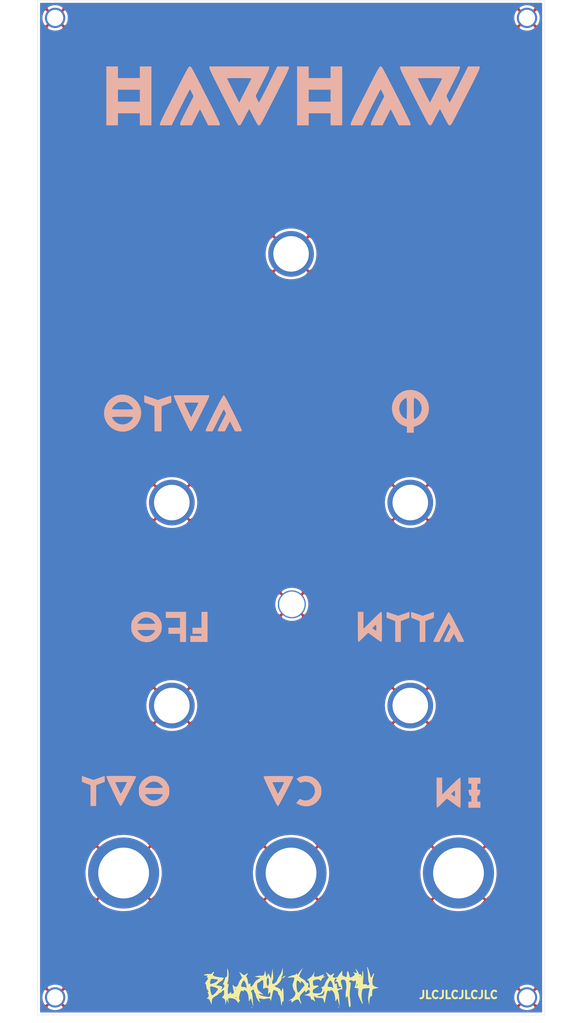
<source format=kicad_pcb>
(kicad_pcb (version 20171130) (host pcbnew "(5.1.8-0-10_14)")

  (general
    (thickness 1.6)
    (drawings 6)
    (tracks 0)
    (zones 0)
    (modules 23)
    (nets 2)
  )

  (page A4)
  (layers
    (0 F.Cu signal)
    (31 B.Cu signal)
    (32 B.Adhes user)
    (33 F.Adhes user)
    (34 B.Paste user)
    (35 F.Paste user)
    (36 B.SilkS user)
    (37 F.SilkS user)
    (38 B.Mask user)
    (39 F.Mask user)
    (40 Dwgs.User user)
    (41 Cmts.User user)
    (42 Eco1.User user)
    (43 Eco2.User user)
    (44 Edge.Cuts user)
    (45 Margin user)
    (46 B.CrtYd user)
    (47 F.CrtYd user)
    (48 B.Fab user)
    (49 F.Fab user)
  )

  (setup
    (last_trace_width 0.25)
    (trace_clearance 0.2)
    (zone_clearance 0.508)
    (zone_45_only no)
    (trace_min 0.2)
    (via_size 0.8)
    (via_drill 0.4)
    (via_min_size 0.4)
    (via_min_drill 0.3)
    (uvia_size 0.3)
    (uvia_drill 0.1)
    (uvias_allowed no)
    (uvia_min_size 0.2)
    (uvia_min_drill 0.1)
    (edge_width 0.05)
    (segment_width 0.2)
    (pcb_text_width 0.3)
    (pcb_text_size 1.5 1.5)
    (mod_edge_width 0.12)
    (mod_text_size 1 1)
    (mod_text_width 0.15)
    (pad_size 4 4)
    (pad_drill 3.2)
    (pad_to_mask_clearance 0)
    (aux_axis_origin 0 0)
    (visible_elements FFFFFFFF)
    (pcbplotparams
      (layerselection 0x010fc_ffffffff)
      (usegerberextensions false)
      (usegerberattributes true)
      (usegerberadvancedattributes true)
      (creategerberjobfile true)
      (excludeedgelayer true)
      (linewidth 0.100000)
      (plotframeref false)
      (viasonmask false)
      (mode 1)
      (useauxorigin false)
      (hpglpennumber 1)
      (hpglpenspeed 20)
      (hpglpendiameter 15.000000)
      (psnegative false)
      (psa4output false)
      (plotreference true)
      (plotvalue true)
      (plotinvisibletext false)
      (padsonsilk false)
      (subtractmaskfromsilk false)
      (outputformat 1)
      (mirror false)
      (drillshape 0)
      (scaleselection 1)
      (outputdirectory "gerbers/panel"))
  )

  (net 0 "")
  (net 1 GND)

  (net_class Default "This is the default net class."
    (clearance 0.2)
    (trace_width 0.25)
    (via_dia 0.8)
    (via_drill 0.4)
    (uvia_dia 0.3)
    (uvia_drill 0.1)
    (add_net GND)
  )

  (module ao_tht:BD3 (layer F.Cu) (tedit 0) (tstamp 613E0CF7)
    (at -400 143.5)
    (fp_text reference G*** (at 0 0) (layer F.SilkS) hide
      (effects (font (size 1.524 1.524) (thickness 0.3)))
    )
    (fp_text value LOGO (at 0.75 0) (layer F.SilkS) hide
      (effects (font (size 1.524 1.524) (thickness 0.3)))
    )
    (fp_poly (pts (xy -7.637762 3.996503) (xy -7.726573 4.085314) (xy -7.815384 3.996503) (xy -7.726573 3.907692)
      (xy -7.637762 3.996503)) (layer F.SilkS) (width 0.01))
    (fp_poly (pts (xy 9.413986 3.996503) (xy 9.325175 4.085314) (xy 9.236364 3.996503) (xy 9.325175 3.907692)
      (xy 9.413986 3.996503)) (layer F.SilkS) (width 0.01))
    (fp_poly (pts (xy 15.085962 -3.880361) (xy 15.236121 -3.546911) (xy 15.416613 -3.011532) (xy 15.522705 -2.637005)
      (xy 15.667811 -2.107813) (xy 15.764426 -1.881844) (xy 15.850131 -1.91766) (xy 15.956534 -2.15862)
      (xy 16.1527 -2.543049) (xy 16.323989 -2.742474) (xy 16.378603 -2.673704) (xy 16.297871 -2.366608)
      (xy 16.236453 -2.209396) (xy 16.067031 -1.593483) (xy 16.017566 -0.962935) (xy 16.020739 -0.915053)
      (xy 16.106298 -0.457478) (xy 16.336697 -0.209138) (xy 16.682788 -0.069931) (xy 17.29075 0.126572)
      (xy 16.638382 0.248957) (xy 16.243306 0.342061) (xy 16.051871 0.498151) (xy 15.989701 0.825999)
      (xy 15.983294 1.206999) (xy 15.956122 1.685902) (xy 15.883148 1.850948) (xy 15.830315 1.805614)
      (xy 15.689021 1.749389) (xy 15.562771 1.993467) (xy 15.470745 2.48293) (xy 15.437391 2.930769)
      (xy 15.416784 3.463636) (xy 15.281073 2.892701) (xy 15.20095 2.442462) (xy 15.195105 1.981024)
      (xy 15.268717 1.384137) (xy 15.366726 0.83788) (xy 15.494869 0.165971) (xy 14.767986 0.216202)
      (xy 14.318706 0.266125) (xy 14.088918 0.401832) (xy 13.976585 0.725181) (xy 13.921711 1.060974)
      (xy 13.890012 1.746014) (xy 13.962399 2.437465) (xy 13.992814 2.569204) (xy 14.114485 3.104909)
      (xy 14.113209 3.315898) (xy 13.997065 3.196692) (xy 13.774126 2.741806) (xy 13.765981 2.723166)
      (xy 13.534627 2.208727) (xy 13.334452 1.790171) (xy 13.300209 1.723761) (xy 13.215572 1.33539)
      (xy 13.239966 0.825803) (xy 13.246098 0.791243) (xy 13.29985 0.381386) (xy 13.208708 0.211802)
      (xy 12.91203 0.177655) (xy 12.891141 0.177622) (xy 12.56849 0.143534) (xy 12.532543 -0.011615)
      (xy 12.60494 -0.165946) (xy 12.615793 -0.199798) (xy 12.834964 -0.199798) (xy 12.965081 -0.284929)
      (xy 12.988475 -0.307879) (xy 13.128776 -0.540763) (xy 13.109752 -0.626379) (xy 12.977624 -0.573075)
      (xy 12.889043 -0.407311) (xy 12.834964 -0.199798) (xy 12.615793 -0.199798) (xy 12.748251 -0.612915)
      (xy 12.788812 -0.986995) (xy 12.754295 -1.304969) (xy 12.623597 -1.320951) (xy 12.553676 -1.269332)
      (xy 12.276445 -1.17016) (xy 12.12156 -1.271168) (xy 11.864061 -1.378402) (xy 11.586094 -1.333038)
      (xy 11.433398 -1.180536) (xy 11.457659 -1.064092) (xy 11.651264 -0.948094) (xy 11.704805 -0.96563)
      (xy 11.751707 -0.851257) (xy 11.742169 -0.470783) (xy 11.683506 0.052801) (xy 11.590656 0.738037)
      (xy 11.548338 1.226349) (xy 11.55672 1.666401) (xy 11.61597 2.206854) (xy 11.68652 2.715463)
      (xy 11.751221 3.397772) (xy 11.704829 3.794518) (xy 11.623157 3.916912) (xy 11.501093 3.915216)
      (xy 11.403423 3.653711) (xy 11.318021 3.09212) (xy 11.287202 2.801217) (xy 11.215762 2.154529)
      (xy 11.150605 1.815136) (xy 11.074238 1.735884) (xy 10.969171 1.869621) (xy 10.952771 1.899669)
      (xy 10.829979 2.090596) (xy 10.770515 2.03306) (xy 10.755382 1.682898) (xy 10.757562 1.445831)
      (xy 10.785506 0.911523) (xy 10.84223 0.525596) (xy 10.874337 0.435239) (xy 10.91817 0.16956)
      (xy 10.908606 -0.30766) (xy 10.885544 -0.562354) (xy 10.787475 -1.1065) (xy 10.620768 -1.389792)
      (xy 10.416983 -1.488852) (xy 9.994634 -1.497169) (xy 9.811474 -1.249138) (xy 9.875704 -0.758305)
      (xy 9.911213 -0.653357) (xy 10.073275 -0.098254) (xy 10.11611 0.299104) (xy 10.037225 0.468988)
      (xy 9.950524 0.446324) (xy 9.675667 0.438446) (xy 9.393661 0.543745) (xy 9.150045 0.737705)
      (xy 9.224045 0.880498) (xy 9.342527 1.122292) (xy 9.441074 1.645114) (xy 9.505963 2.374801)
      (xy 9.508089 2.415602) (xy 9.578836 3.818881) (xy 9.357554 2.949129) (xy 9.22253 2.450445)
      (xy 9.12756 2.253787) (xy 9.030804 2.315505) (xy 8.931906 2.505073) (xy 8.802003 2.746731)
      (xy 8.740197 2.722035) (xy 8.716946 2.392568) (xy 8.7129 2.220279) (xy 8.61285 1.477821)
      (xy 8.37068 0.909164) (xy 8.023707 0.592671) (xy 7.923105 0.561771) (xy 7.698225 0.580717)
      (xy 7.726973 0.711135) (xy 7.757263 0.83594) (xy 7.537763 0.751871) (xy 7.508045 0.736127)
      (xy 7.298192 0.660122) (xy 7.159763 0.7573) (xy 7.042655 1.094365) (xy 6.95432 1.473301)
      (xy 6.825265 2.095029) (xy 6.724927 2.640996) (xy 6.694493 2.841958) (xy 6.648315 3.097039)
      (xy 6.586192 3.061825) (xy 6.473757 2.710404) (xy 6.461002 2.665901) (xy 6.316642 2.263684)
      (xy 6.110433 2.102607) (xy 5.709726 2.095706) (xy 5.604403 2.104325) (xy 5.064895 2.08485)
      (xy 4.78124 1.93028) (xy 4.609623 1.758748) (xy 4.524118 1.863455) (xy 4.549128 2.170797)
      (xy 4.622467 2.409172) (xy 4.740163 2.745782) (xy 4.697228 2.794238) (xy 4.479806 2.611041)
      (xy 4.189131 2.424661) (xy 4.026495 2.427118) (xy 3.933969 2.378512) (xy 3.907693 2.169121)
      (xy 3.82423 1.894459) (xy 3.516361 1.728966) (xy 3.427701 1.70829) (xy 5.185889 1.70829)
      (xy 5.442054 1.766588) (xy 5.753724 1.776223) (xy 6.256297 1.691127) (xy 6.464214 1.495263)
      (xy 6.555954 1.135845) (xy 6.560065 0.849963) (xy 6.480757 0.755446) (xy 6.438812 0.784499)
      (xy 6.308003 1.074175) (xy 6.305595 1.11365) (xy 6.15234 1.285975) (xy 5.778353 1.445473)
      (xy 5.728322 1.459172) (xy 5.281119 1.603419) (xy 5.185889 1.70829) (xy 3.427701 1.70829)
      (xy 3.241609 1.664893) (xy 2.575525 1.537464) (xy 3.152798 1.385332) (xy 3.593642 1.18582)
      (xy 3.73007 0.883033) (xy 3.617808 0.597733) (xy 3.463637 0.532867) (xy 3.227117 0.618683)
      (xy 3.197203 0.691486) (xy 3.056251 0.886925) (xy 2.939815 0.948873) (xy 2.762147 0.944145)
      (xy 2.792456 0.745849) (xy 2.783232 0.626311) (xy 2.566383 0.79138) (xy 2.469179 0.888112)
      (xy 2.006792 1.378902) (xy 1.761566 1.727637) (xy 1.697349 2.041323) (xy 1.777987 2.426964)
      (xy 1.862516 2.683691) (xy 2.009153 3.134234) (xy 2.033321 3.295004) (xy 1.935116 3.209663)
      (xy 1.863475 3.118848) (xy 1.65881 2.806678) (xy 1.598602 2.64939) (xy 1.463727 2.449413)
      (xy 1.145974 2.415772) (xy 0.775655 2.547137) (xy 0.627024 2.659314) (xy 0.261322 2.954581)
      (xy 0.081425 2.990011) (xy 0.108417 2.766106) (xy 0.093722 2.588861) (xy -0.193112 2.590636)
      (xy -0.207997 2.593494) (xy -0.482052 2.641256) (xy -0.440764 2.598299) (xy -0.182552 2.482844)
      (xy 0.387067 2.12515) (xy 0.756802 1.675676) (xy 0.886504 1.211314) (xy 0.736024 0.808957)
      (xy 0.70739 0.778438) (xy 0.488209 0.409362) (xy 0.345266 -0.093889) (xy 0.317427 -0.558375)
      (xy 0.337843 -0.632479) (xy 1.06485 -0.632479) (xy 1.080786 -0.080754) (xy 1.150508 0.459983)
      (xy 1.264797 0.878674) (xy 1.414437 1.06426) (xy 1.429601 1.065734) (xy 1.614437 0.933483)
      (xy 1.895373 0.60441) (xy 1.979741 0.488461) (xy 2.271238 0.105763) (xy 2.49069 -0.126171)
      (xy 2.524703 -0.148019) (xy 2.661977 -0.358536) (xy 2.550094 -0.694355) (xy 2.309091 -0.976923)
      (xy 2.051853 -1.191227) (xy 1.963492 -1.159322) (xy 1.953847 -0.964931) (xy 1.931058 -0.759279)
      (xy 1.821121 -0.830396) (xy 1.67526 -1.029184) (xy 1.419886 -1.286558) (xy 1.231204 -1.324657)
      (xy 1.111916 -1.084133) (xy 1.06485 -0.632479) (xy 0.337843 -0.632479) (xy 0.366727 -0.737315)
      (xy 0.509192 -1.107776) (xy 0.603782 -1.49512) (xy 0.639172 -1.809825) (xy 0.530864 -1.937698)
      (xy 0.190364 -1.940521) (xy -0.008526 -1.922591) (xy -0.44947 -1.890975) (xy -0.6934 -1.893757)
      (xy -0.710489 -1.902363) (xy -0.562446 -2.010075) (xy -0.210781 -2.162651) (xy 0.205807 -2.310003)
      (xy 0.548619 -2.402041) (xy 0.675794 -2.402995) (xy 0.839821 -2.449934) (xy 1.016938 -2.622691)
      (xy 1.167922 -2.778042) (xy 1.157235 -2.708742) (xy 1.158795 -2.511973) (xy 1.232874 -2.486714)
      (xy 1.419012 -2.584821) (xy 1.427367 -2.61993) (xy 1.536639 -2.829308) (xy 1.800004 -3.183153)
      (xy 1.885246 -3.286014) (xy 2.336737 -3.818881) (xy 1.967669 -3.071062) (xy 1.747863 -2.594646)
      (xy 1.615764 -2.248435) (xy 1.598602 -2.166515) (xy 1.740468 -1.99074) (xy 2.093637 -1.746484)
      (xy 2.22028 -1.674991) (xy 2.615549 -1.414974) (xy 2.829493 -1.18247) (xy 2.841958 -1.13487)
      (xy 2.99079 -0.931372) (xy 3.210492 -0.833171) (xy 3.46558 -0.705082) (xy 3.427475 -0.456888)
      (xy 3.391368 -0.386154) (xy 3.298852 -0.086506) (xy 3.46689 0.065481) (xy 3.657275 0.075685)
      (xy 3.722312 -0.125669) (xy 3.670704 -0.591867) (xy 3.619056 -0.865909) (xy 3.449106 -1.28912)
      (xy 3.219406 -1.435469) (xy 3.16822 -1.502443) (xy 3.397504 -1.651198) (xy 3.507681 -1.702264)
      (xy 4.04668 -2.095317) (xy 4.3491 -2.531481) (xy 4.613608 -3.108392) (xy 4.522724 -2.575525)
      (xy 4.492702 -2.203122) (xy 4.637589 -2.064732) (xy 4.924661 -2.048952) (xy 5.450723 -2.133795)
      (xy 5.805456 -2.27098) (xy 6.152641 -2.424563) (xy 6.426443 -2.486996) (xy 6.539564 -2.45263)
      (xy 6.404707 -2.315816) (xy 6.394406 -2.309091) (xy 6.243059 -2.17372) (xy 6.416043 -2.126247)
      (xy 6.483217 -2.12293) (xy 6.712843 -2.099396) (xy 6.627792 -2.027317) (xy 6.438812 -1.948311)
      (xy 6.129699 -1.723923) (xy 6.039161 -1.515514) (xy 5.937248 -1.274337) (xy 5.742241 -1.289174)
      (xy 5.649174 -1.436395) (xy 5.43319 -1.546635) (xy 4.936776 -1.507839) (xy 4.92552 -1.505745)
      (xy 4.494982 -1.396964) (xy 4.320387 -1.218181) (xy 4.304827 -0.858224) (xy 4.30898 -0.798464)
      (xy 4.363801 -0.410245) (xy 4.525621 -0.274729) (xy 4.909953 -0.305291) (xy 4.956637 -0.312779)
      (xy 5.355035 -0.331054) (xy 5.444934 -0.228824) (xy 5.237442 -0.040669) (xy 4.799616 0.176043)
      (xy 4.376691 0.458948) (xy 4.262937 0.798323) (xy 4.305115 1.046646) (xy 4.493707 1.168076)
      (xy 4.921808 1.210678) (xy 5.068939 1.214481) (xy 5.589722 1.196714) (xy 5.880547 1.081209)
      (xy 6.063817 0.815405) (xy 6.080169 0.780232) (xy 6.195737 0.414521) (xy 6.094634 0.214037)
      (xy 6.058453 0.189545) (xy 5.967023 0.057096) (xy 6.19368 -0.045424) (xy 6.515323 -0.291051)
      (xy 6.563387 -0.39759) (xy 7.220829 -0.39759) (xy 7.250423 -0.098646) (xy 7.475002 -0.039963)
      (xy 7.53862 -0.060269) (xy 7.869808 -0.049439) (xy 8.009115 0.013713) (xy 8.24712 0.152914)
      (xy 8.299406 0.174902) (xy 8.298116 0.024077) (xy 8.241832 -0.347796) (xy 8.23238 -0.399651)
      (xy 8.091652 -0.877025) (xy 7.999743 -1.042073) (xy 8.532941 -1.042073) (xy 8.618075 -0.706481)
      (xy 8.688326 -0.631055) (xy 8.886883 -0.668402) (xy 8.940737 -0.753789) (xy 8.99935 -0.744229)
      (xy 9.038529 -0.452956) (xy 9.044719 -0.291836) (xy 9.082402 0.14956) (xy 9.194381 0.30754)
      (xy 9.339703 0.285437) (xy 9.68503 0.189377) (xy 9.794241 0.177622) (xy 9.885952 0.067563)
      (xy 9.856252 -0.002898) (xy 9.649016 -0.108957) (xy 9.58831 -0.086773) (xy 9.457936 -0.173882)
      (xy 9.335999 -0.512296) (xy 9.316685 -0.604466) (xy 9.197794 -1.015059) (xy 9.023124 -1.134652)
      (xy 8.90806 -1.109013) (xy 8.714632 -1.061075) (xy 8.779545 -1.199168) (xy 8.862025 -1.303204)
      (xy 9.012383 -1.599253) (xy 8.94235 -1.755134) (xy 8.715314 -1.694716) (xy 8.566997 -1.436212)
      (xy 8.532941 -1.042073) (xy 7.999743 -1.042073) (xy 7.9033 -1.215261) (xy 7.902924 -1.215666)
      (xy 7.726702 -1.321222) (xy 7.555155 -1.172181) (xy 7.395528 -0.883252) (xy 7.220829 -0.39759)
      (xy 6.563387 -0.39759) (xy 6.676062 -0.64734) (xy 6.890703 -1.163323) (xy 7.167957 -1.563551)
      (xy 7.403663 -1.867001) (xy 7.393362 -2.045495) (xy 7.277863 -2.138104) (xy 7.132051 -2.276028)
      (xy 7.17683 -2.306371) (xy 7.191914 -2.419517) (xy 7.00474 -2.688536) (xy 6.999208 -2.694868)
      (xy 6.845029 -2.915896) (xy 6.925383 -2.935417) (xy 7.193895 -2.769388) (xy 7.504546 -2.520978)
      (xy 7.765946 -2.354405) (xy 8.00165 -2.43321) (xy 8.17063 -2.575525) (xy 8.443989 -2.746082)
      (xy 8.526282 -2.665872) (xy 8.372564 -2.40793) (xy 8.312728 -2.344616) (xy 8.202408 -2.085636)
      (xy 8.3667 -1.903801) (xy 8.72506 -1.868347) (xy 8.839777 -1.891569) (xy 9.148961 -2.014468)
      (xy 9.237246 -2.10778) (xy 9.339906 -2.30552) (xy 9.593374 -2.654914) (xy 9.67183 -2.753147)
      (xy 10.105531 -3.286014) (xy 10.070598 -2.75756) (xy 10.106183 -2.374553) (xy 10.242891 -2.224693)
      (xy 10.547174 -2.117786) (xy 10.583334 -2.087063) (xy 10.831603 -1.957925) (xy 10.975655 -2.164303)
      (xy 11.012588 -2.575525) (xy 11.061003 -3.040957) (xy 11.178611 -3.176933) (xy 11.323956 -2.99157)
      (xy 11.455582 -2.492984) (xy 11.456317 -2.488645) (xy 11.54414 -2.071916) (xy 11.676424 -1.908615)
      (xy 11.934676 -1.981947) (xy 12.031121 -2.042658) (xy 13.499301 -2.042658) (xy 13.588112 -1.953846)
      (xy 13.676923 -2.042658) (xy 13.588112 -2.131469) (xy 13.499301 -2.042658) (xy 12.031121 -2.042658)
      (xy 12.400403 -2.275114) (xy 12.422145 -2.289606) (xy 12.586146 -2.461011) (xy 12.489837 -2.683718)
      (xy 12.422145 -2.76869) (xy 12.267096 -2.977155) (xy 12.361259 -2.970085) (xy 12.566784 -2.864789)
      (xy 12.88132 -2.762262) (xy 12.964651 -2.918805) (xy 12.819437 -3.34159) (xy 12.77689 -3.430908)
      (xy 12.679624 -3.654186) (xy 12.750933 -3.611087) (xy 12.950563 -3.374825) (xy 13.207036 -2.99266)
      (xy 13.317672 -2.692159) (xy 13.317729 -2.689738) (xy 13.446425 -2.52899) (xy 13.577254 -2.54678)
      (xy 13.796487 -2.494756) (xy 13.905885 -2.166133) (xy 13.953323 -2.026642) (xy 13.995777 -2.219837)
      (xy 14.020822 -2.575525) (xy 14.054416 -3.060748) (xy 14.101384 -3.221896) (xy 14.174045 -3.090138)
      (xy 14.196318 -3.019581) (xy 14.250933 -2.597881) (xy 14.249204 -1.985756) (xy 14.214522 -1.539888)
      (xy 14.157363 -0.963617) (xy 14.166663 -0.662652) (xy 14.266284 -0.559618) (xy 14.480086 -0.577139)
      (xy 14.509695 -0.582739) (xy 14.823561 -0.588106) (xy 14.92028 -0.508236) (xy 15.064503 -0.372399)
      (xy 15.186714 -0.355245) (xy 15.410326 -0.487289) (xy 15.440017 -0.767743) (xy 15.335647 -0.946405)
      (xy 15.267462 -1.17534) (xy 15.213538 -1.644625) (xy 15.191188 -2.086149) (xy 15.152334 -2.759537)
      (xy 15.082164 -3.371696) (xy 15.031044 -3.641259) (xy 14.965057 -3.966114) (xy 15.015747 -3.9802)
      (xy 15.085962 -3.880361)) (layer F.SilkS) (width 0.01))
    (fp_poly (pts (xy -1.61462 -3.074469) (xy -1.645124 -2.585891) (xy -1.7408 -2.263003) (xy -1.783449 -2.215815)
      (xy -1.895257 -1.974056) (xy -1.872701 -1.800378) (xy -1.930296 -1.504443) (xy -2.170618 -1.098056)
      (xy -2.502545 -0.697048) (xy -2.834954 -0.417252) (xy -3.009567 -0.355245) (xy -3.20682 -0.287388)
      (xy -3.144859 -0.135162) (xy -2.88094 0.024416) (xy -2.682398 0.084844) (xy -2.226159 0.313346)
      (xy -2.041893 0.587418) (xy -1.940766 0.856944) (xy -1.875389 0.797119) (xy -1.828966 0.621678)
      (xy -1.703915 0.238302) (xy -1.603852 0.208807) (xy -1.528722 0.533339) (xy -1.478467 1.212046)
      (xy -1.465774 1.56659) (xy -1.459504 2.331002) (xy -1.492411 2.773119) (xy -1.5632 2.879094)
      (xy -1.586227 2.852126) (xy -1.701923 2.779479) (xy -1.778462 3.017085) (xy -1.809568 3.296182)
      (xy -1.845153 3.615952) (xy -1.883575 3.659623) (xy -1.935625 3.401444) (xy -2.012094 2.815661)
      (xy -2.012575 2.811713) (xy -2.137714 2.084976) (xy -2.296289 1.643297) (xy -2.407528 1.530674)
      (xy -2.572855 1.313233) (xy -2.55511 1.165398) (xy -2.617711 0.884702) (xy -2.9141 0.685765)
      (xy -3.275125 0.561737) (xy -3.466375 0.56521) (xy -3.543307 0.772329) (xy -3.660391 1.231669)
      (xy -3.793021 1.846156) (xy -3.800139 1.881825) (xy -3.918209 2.404692) (xy -4.010747 2.681406)
      (xy -4.060974 2.665137) (xy -4.064583 2.61993) (xy -4.122608 2.291713) (xy -4.312904 2.169996)
      (xy -4.715949 2.226239) (xy -4.973426 2.297652) (xy -5.490064 2.341258) (xy -5.841767 2.274977)
      (xy -6.236103 2.181559) (xy -6.354004 2.305299) (xy -6.215231 2.667231) (xy -6.213453 2.670558)
      (xy -6.102844 2.939463) (xy -6.200325 2.94094) (xy -6.435157 2.684502) (xy -6.69118 2.259203)
      (xy -6.891862 1.812605) (xy -6.960672 1.492272) (xy -6.958649 1.478778) (xy -7.046296 1.202053)
      (xy -7.100184 1.157456) (xy -7.252501 0.904656) (xy -7.282517 0.693757) (xy -7.325975 0.455346)
      (xy -7.522143 0.475721) (xy -7.661759 0.545709) (xy -7.902879 0.738518) (xy -7.827703 0.880498)
      (xy -7.709221 1.122292) (xy -7.610674 1.645114) (xy -7.545785 2.374801) (xy -7.543659 2.415602)
      (xy -7.472912 3.818881) (xy -7.694194 2.949129) (xy -7.829218 2.450445) (xy -7.924188 2.253787)
      (xy -8.020944 2.315505) (xy -8.119843 2.505073) (xy -8.249746 2.746731) (xy -8.311551 2.722035)
      (xy -8.334803 2.392568) (xy -8.338848 2.220279) (xy -8.438899 1.477821) (xy -8.681069 0.909164)
      (xy -9.028041 0.592671) (xy -9.128644 0.561771) (xy -9.353523 0.580717) (xy -9.324775 0.711135)
      (xy -9.294916 0.836441) (xy -9.516811 0.750455) (xy -9.535093 0.740735) (xy -9.753075 0.668904)
      (xy -9.905554 0.787759) (xy -10.053714 1.16351) (xy -10.116423 1.36983) (xy -10.250922 1.933287)
      (xy -10.240546 2.302386) (xy -10.13839 2.530438) (xy -10.034587 2.756769) (xy -10.111362 2.761251)
      (xy -10.271368 2.799255) (xy -10.308392 2.964692) (xy -10.343448 3.136566) (xy -10.463197 3.010277)
      (xy -10.555577 2.851034) (xy -10.944149 2.403059) (xy -11.525227 2.182589) (xy -11.959218 2.143952)
      (xy -12.296134 2.165595) (xy -12.403089 2.324677) (xy -12.357992 2.708741) (xy -12.297485 3.077403)
      (xy -12.322075 3.121062) (xy -12.4501 2.86363) (xy -12.46016 2.841958) (xy -12.666128 2.397902)
      (xy -12.924402 3.463636) (xy -12.945418 2.88064) (xy -13.04447 2.405686) (xy -13.336542 2.155462)
      (xy -13.366084 2.143535) (xy -13.623899 2.013428) (xy -13.62368 2.013053) (xy -10.95338 2.013053)
      (xy -10.928997 2.11865) (xy -10.834965 2.131468) (xy -10.688761 2.066479) (xy -10.71655 2.013053)
      (xy -10.927346 1.991795) (xy -10.95338 2.013053) (xy -13.62368 2.013053) (xy -13.563927 1.910975)
      (xy -13.483371 1.874749) (xy -13.263672 1.608376) (xy -13.177941 1.146469) (xy -13.205042 0.682214)
      (xy -13.33797 0.555645) (xy -13.582639 0.763543) (xy -13.670066 0.878598) (xy -13.912577 1.110911)
      (xy -14.064522 1.134549) (xy -14.202288 1.174853) (xy -14.20979 1.228312) (xy -14.353033 1.422392)
      (xy -14.705829 1.664188) (xy -14.787063 1.707635) (xy -15.293859 2.014238) (xy -15.54718 2.337647)
      (xy -15.632538 2.800895) (xy -15.637202 2.930769) (xy -15.649074 3.463636) (xy -15.920902 2.808709)
      (xy -16.160805 2.366184) (xy -16.40327 2.231366) (xy -16.489023 2.245937) (xy -16.656544 2.273491)
      (xy -16.544269 2.143422) (xy -16.444605 2.06014) (xy -16.216498 1.7974) (xy -16.243313 1.488872)
      (xy -16.30758 1.33515) (xy -16.422064 1.002529) (xy -16.337825 0.886712) (xy -16.293045 0.882463)
      (xy -16.229082 0.797973) (xy -16.385664 0.640853) (xy -16.621132 0.280275) (xy -16.65329 0.095497)
      (xy -15.952552 0.095497) (xy -15.917511 0.520317) (xy -15.820976 0.998384) (xy -15.690121 1.399914)
      (xy -15.552117 1.595124) (xy -15.533604 1.598601) (xy -15.283363 1.472634) (xy -14.941985 1.159435)
      (xy -14.847258 1.052106) (xy -14.55528 0.669199) (xy -14.396847 0.39155) (xy -14.387412 0.348746)
      (xy -14.538971 0.211563) (xy -14.902873 0.050093) (xy -15.342962 -0.09107) (xy -15.723079 -0.167332)
      (xy -15.898928 -0.146294) (xy -15.952552 0.095497) (xy -16.65329 0.095497) (xy -16.696503 -0.152799)
      (xy -16.754503 -0.53913) (xy -16.895818 -0.709952) (xy -16.905088 -0.71049) (xy -16.9274 -0.771524)
      (xy -15.983588 -0.771524) (xy -15.849674 -0.649859) (xy -15.505609 -0.691786) (xy -15.045352 -0.877279)
      (xy -14.787063 -1.026546) (xy -14.453422 -1.310467) (xy -14.43324 -1.505425) (xy -14.726519 -1.574688)
      (xy -14.787063 -1.572577) (xy -15.243586 -1.608292) (xy -15.474209 -1.673424) (xy -15.728338 -1.626379)
      (xy -15.911557 -1.296487) (xy -15.983588 -0.771524) (xy -16.9274 -0.771524) (xy -16.944376 -0.817957)
      (xy -16.76478 -1.080775) (xy -16.727465 -1.121588) (xy -16.422235 -1.533363) (xy -16.357324 -1.831466)
      (xy -16.544521 -1.955937) (xy -16.563286 -1.956566) (xy -16.655751 -2.017973) (xy -16.518881 -2.131469)
      (xy -16.406649 -2.252614) (xy -16.59857 -2.304747) (xy -16.785314 -2.311773) (xy -17.126731 -2.332803)
      (xy -17.15095 -2.40478) (xy -16.989733 -2.510796) (xy -16.573887 -2.619958) (xy -16.162093 -2.60186)
      (xy -15.731989 -2.597202) (xy -15.563599 -2.760801) (xy -15.362494 -2.991604) (xy -15.25935 -3.019581)
      (xy -15.150287 -2.948758) (xy -15.269067 -2.760928) (xy -15.402489 -2.468834) (xy -15.381801 -2.337351)
      (xy -15.130364 -2.182458) (xy -14.643323 -2.04095) (xy -14.039971 -1.941926) (xy -13.647402 -1.914272)
      (xy -13.324623 -1.873684) (xy -13.294348 -1.726242) (xy -13.37929 -1.572356) (xy -13.594259 -1.309089)
      (xy -13.710498 -1.243357) (xy -13.913035 -1.133688) (xy -14.243635 -0.86513) (xy -14.293281 -0.819788)
      (xy -14.75032 -0.396218) (xy -14.12481 -0.278872) (xy -13.659333 -0.151716) (xy -13.518632 0.021594)
      (xy -13.672239 0.2879) (xy -13.721328 0.341462) (xy -13.832742 0.486113) (xy -13.688394 0.442991)
      (xy -13.543706 0.370737) (xy -13.280344 0.127606) (xy -13.149524 -0.187744) (xy -13.179338 -0.448573)
      (xy -13.343427 -0.532867) (xy -13.447419 -0.617191) (xy -13.363937 -0.754895) (xy -13.202773 -1.077731)
      (xy -13.063198 -1.546948) (xy -13.061301 -1.555746) (xy -12.936722 -1.916242) (xy -12.793546 -2.041413)
      (xy -12.774357 -2.033725) (xy -12.647853 -2.054545) (xy -12.583563 -2.339455) (xy -12.575329 -2.926097)
      (xy -12.584056 -3.197203) (xy -12.592386 -3.590373) (xy -12.55452 -3.658308) (xy -12.443076 -3.430519)
      (xy -12.41924 -3.374825) (xy -12.321584 -2.899893) (xy -12.304096 -2.23325) (xy -12.360281 -1.527699)
      (xy -12.483642 -0.936039) (xy -12.528076 -0.814569) (xy -12.590103 -0.581046) (xy -12.447634 -0.612991)
      (xy -12.444722 -0.614784) (xy -12.299762 -0.642857) (xy -12.330049 -0.404101) (xy -12.35091 -0.335851)
      (xy -12.471594 0.425824) (xy -12.452743 1.22648) (xy -12.380021 1.355887) (xy -12.160133 1.225989)
      (xy -12.070677 1.147628) (xy -11.825709 0.947653) (xy -11.781132 0.995578) (xy -11.818274 1.107138)
      (xy -11.833503 1.31039) (xy -11.595168 1.307411) (xy -11.554504 1.297189) (xy -11.272862 1.107763)
      (xy -11.260779 0.910498) (xy -11.348783 0.541768) (xy -11.387487 0.355244) (xy -11.012587 0.355244)
      (xy -10.947598 0.501448) (xy -10.894172 0.473659) (xy -10.872914 0.262863) (xy -10.894172 0.23683)
      (xy -10.999768 0.261212) (xy -11.012587 0.355244) (xy -11.387487 0.355244) (xy -11.453429 0.037462)
      (xy -11.460666 0) (xy -11.525558 -0.390133) (xy -11.492291 -0.477136) (xy -11.33935 -0.304757)
      (xy -11.32199 -0.281979) (xy -10.991694 -0.04541) (xy -10.666368 -0.128566) (xy -10.488393 -0.39759)
      (xy -9.83092 -0.39759) (xy -9.801325 -0.098646) (xy -9.576747 -0.039963) (xy -9.513128 -0.060269)
      (xy -9.18194 -0.049439) (xy -9.042633 0.013713) (xy -8.804628 0.152914) (xy -8.752342 0.174902)
      (xy -8.753078 0.088811) (xy -7.637762 0.088811) (xy -7.548951 0.177622) (xy -7.460139 0.088811)
      (xy -7.548951 0) (xy -7.637762 0.088811) (xy -8.753078 0.088811) (xy -8.753632 0.024077)
      (xy -8.809916 -0.347796) (xy -8.819368 -0.399651) (xy -8.960096 -0.877025) (xy -9.148448 -1.215261)
      (xy -9.148825 -1.215666) (xy -9.325046 -1.321222) (xy -9.496593 -1.172181) (xy -9.656221 -0.883252)
      (xy -9.83092 -0.39759) (xy -10.488393 -0.39759) (xy -10.418991 -0.502496) (xy -10.372891 -0.658478)
      (xy -10.161009 -1.164947) (xy -9.883791 -1.563551) (xy -9.648085 -1.867001) (xy -9.658387 -2.045495)
      (xy -9.773885 -2.138104) (xy -9.919697 -2.276028) (xy -9.874918 -2.306371) (xy -9.859834 -2.419517)
      (xy -10.047008 -2.688536) (xy -10.05254 -2.694868) (xy -10.206719 -2.915896) (xy -10.126365 -2.935417)
      (xy -9.857853 -2.769388) (xy -9.547202 -2.520978) (xy -9.285803 -2.354405) (xy -9.050098 -2.43321)
      (xy -8.881118 -2.575525) (xy -8.607759 -2.746082) (xy -8.525466 -2.665872) (xy -8.679184 -2.40793)
      (xy -8.739021 -2.344616) (xy -8.86071 -2.102909) (xy -8.739021 -1.918322) (xy -8.578295 -1.589635)
      (xy -8.525874 -1.218315) (xy -8.465314 -0.821277) (xy -8.324303 -0.611321) (xy -8.163839 -0.656751)
      (xy -8.111011 -0.753789) (xy -8.045093 -0.766111) (xy -8.007841 -0.491897) (xy -8.007029 -0.466713)
      (xy -7.970303 -0.128595) (xy -7.851483 -0.08874) (xy -7.725358 -0.178631) (xy -7.662618 -0.252348)
      (xy -6.70527 -0.252348) (xy -6.703869 -0.212076) (xy -6.620135 0.294229) (xy -6.359574 0.689068)
      (xy -6.047196 0.965672) (xy -5.417482 1.467385) (xy -5.950349 1.342801) (xy -6.292106 1.284016)
      (xy -6.340958 1.351171) (xy -6.27022 1.434903) (xy -5.963353 1.609521) (xy -5.480932 1.761353)
      (xy -5.382108 1.78229) (xy -4.72089 1.899874) (xy -4.333689 1.919287) (xy -4.147485 1.818274)
      (xy -4.089258 1.574577) (xy -4.085314 1.38703) (xy -4.098347 1.017213) (xy -4.170244 0.960224)
      (xy -4.343636 1.165002) (xy -4.507111 1.358386) (xy -4.555426 1.297248) (xy -4.512622 0.936884)
      (xy -4.502283 0.869991) (xy -4.472596 0.408927) (xy -4.593325 0.174504) (xy -4.710531 0.112031)
      (xy -5.093791 0.116031) (xy -5.289201 0.218572) (xy -5.441882 0.308346) (xy -5.506617 0.201759)
      (xy -5.499086 -0.162415) (xy -5.470384 -0.488853) (xy -5.458718 -1.111167) (xy -5.505257 -1.237785)
      (xy -4.799885 -1.237785) (xy -4.790908 -0.788712) (xy -4.727929 -0.409643) (xy -4.615707 -0.223684)
      (xy -4.573776 -0.223739) (xy -4.42235 -0.434775) (xy -4.347634 -0.849483) (xy -4.346223 -0.904625)
      (xy -4.377732 -1.549439) (xy -4.48835 -1.853257) (xy -4.636794 -1.853532) (xy -4.7501 -1.63376)
      (xy -4.799885 -1.237785) (xy -5.505257 -1.237785) (xy -5.569771 -1.413306) (xy -5.797736 -1.388476)
      (xy -6.03916 -1.154546) (xy -6.336582 -0.929082) (xy -6.495554 -0.888112) (xy -6.66293 -0.731085)
      (xy -6.70527 -0.252348) (xy -7.662618 -0.252348) (xy -7.447949 -0.504574) (xy -7.235278 -0.864846)
      (xy -6.91472 -1.277129) (xy -6.481598 -1.592422) (xy -5.950349 -1.855911) (xy -6.572028 -1.96248)
      (xy -7.193706 -2.069048) (xy -6.701963 -2.209149) (xy -6.17593 -2.287235) (xy -5.786085 -2.268172)
      (xy -5.472562 -2.27) (xy -5.299781 -2.493145) (xy -5.228608 -2.736554) (xy -5.095264 -3.286014)
      (xy -4.977403 -2.575525) (xy -4.89679 -2.140586) (xy -4.828147 -2.019919) (xy -4.730472 -2.176521)
      (xy -4.676129 -2.303631) (xy -4.492716 -2.742226) (xy -4.221607 -2.224797) (xy -3.950498 -1.707367)
      (xy -3.654714 -3.641259) (xy -3.549915 -2.575525) (xy -3.516198 -2.003309) (xy -3.53451 -1.59365)
      (xy -3.587593 -1.450583) (xy -3.69765 -1.248821) (xy -3.73007 -0.96593) (xy -3.697313 -0.676063)
      (xy -3.52938 -0.644124) (xy -3.281755 -0.744749) (xy -2.904511 -1.059314) (xy -2.725577 -1.407025)
      (xy -2.5169 -1.907062) (xy -2.300255 -2.22028) (xy -2.030882 -2.640882) (xy -1.814017 -3.172044)
      (xy -1.806719 -3.197203) (xy -1.63064 -3.818881) (xy -1.61462 -3.074469)) (layer F.SilkS) (width 0.01))
    (fp_poly (pts (xy 13.144056 0.444056) (xy 13.055245 0.532867) (xy 12.966434 0.444056) (xy 13.055245 0.355244)
      (xy 13.144056 0.444056)) (layer F.SilkS) (width 0.01))
    (fp_poly (pts (xy -1.106254 -2.21701) (xy -1.2207 -2.071738) (xy -1.485928 -1.839883) (xy -1.709216 -1.771146)
      (xy -1.776223 -1.858786) (xy -1.639053 -1.994007) (xy -1.376573 -2.1543) (xy -1.106644 -2.28455)
      (xy -1.106254 -2.21701)) (layer F.SilkS) (width 0.01))
  )

  (module ao_tht:ATTNwah (layer B.Cu) (tedit 0) (tstamp 613E089F)
    (at -376.5 72.5 180)
    (fp_text reference G*** (at 0 0) (layer B.SilkS) hide
      (effects (font (size 1.524 1.524) (thickness 0.3)) (justify mirror))
    )
    (fp_text value LOGO (at 0.75 0) (layer B.SilkS) hide
      (effects (font (size 1.524 1.524) (thickness 0.3)) (justify mirror))
    )
    (fp_poly (pts (xy -7.511466 2.871497) (xy -7.399318 2.717593) (xy -7.236664 2.451189) (xy -7.018945 2.064191)
      (xy -6.741602 1.548501) (xy -6.400075 0.896024) (xy -6.004297 0.127) (xy -5.679392 -0.511956)
      (xy -5.380311 -1.107461) (xy -5.115665 -1.641813) (xy -4.894062 -2.097309) (xy -4.724111 -2.456245)
      (xy -4.614421 -2.70092) (xy -4.573601 -2.81363) (xy -4.573522 -2.815167) (xy -4.595772 -2.894849)
      (xy -4.68815 -2.939737) (xy -4.88601 -2.958934) (xy -5.1435 -2.961912) (xy -5.715 -2.960491)
      (xy -6.64498 -1.150475) (xy -7.574961 0.659542) (xy -7.769275 0.33369) (xy -7.963589 0.007839)
      (xy -7.283795 -1.349751) (xy -7.064512 -1.794544) (xy -6.874657 -2.192774) (xy -6.72652 -2.517579)
      (xy -6.632393 -2.742097) (xy -6.604 -2.835338) (xy -6.638667 -2.905502) (xy -6.763748 -2.945291)
      (xy -7.01086 -2.961703) (xy -7.182194 -2.963334) (xy -7.760388 -2.963334) (xy -7.953526 -2.550975)
      (xy -8.12089 -2.214284) (xy -8.311631 -1.858879) (xy -8.376964 -1.74429) (xy -8.607263 -1.349963)
      (xy -9.440333 -2.961259) (xy -10.011833 -2.962296) (xy -10.319363 -2.956863) (xy -10.493158 -2.933078)
      (xy -10.568567 -2.881818) (xy -10.581811 -2.815167) (xy -10.543975 -2.7082) (xy -10.436919 -2.468549)
      (xy -10.269251 -2.113915) (xy -10.049582 -1.662003) (xy -9.786519 -1.130514) (xy -9.488671 -0.537151)
      (xy -9.164648 0.100383) (xy -9.151036 0.127) (xy -8.743076 0.919514) (xy -8.403711 1.567409)
      (xy -8.128382 2.078779) (xy -7.912528 2.461722) (xy -7.751591 2.724334) (xy -7.641012 2.874711)
      (xy -7.577667 2.921) (xy -7.511466 2.871497)) (layer B.SilkS) (width 0.01))
    (fp_poly (pts (xy -3.556376 2.57293) (xy -2.456085 2.186261) (xy -0.169333 2.950675) (xy -0.169333 1.803221)
      (xy -1.016 1.473262) (xy -1.862666 1.143304) (xy -1.862666 -2.963334) (xy -2.963333 -2.963334)
      (xy -2.963333 1.145873) (xy -3.81 1.469132) (xy -4.656666 1.79239) (xy -4.656666 2.9596)
      (xy -3.556376 2.57293)) (layer B.SilkS) (width 0.01))
    (fp_poly (pts (xy 1.269624 2.57293) (xy 2.369915 2.186261) (xy 4.656667 2.950675) (xy 4.656667 1.803221)
      (xy 3.81 1.473262) (xy 2.963334 1.143304) (xy 2.963334 -2.963334) (xy 1.862667 -2.963334)
      (xy 1.862667 1.145873) (xy 1.016 1.469132) (xy 0.169334 1.79239) (xy 0.169334 2.9596)
      (xy 1.269624 2.57293)) (layer B.SilkS) (width 0.01))
    (fp_poly (pts (xy 10.329334 0) (xy 10.328126 -0.818188) (xy 10.32417 -1.480835) (xy 10.316968 -2.001718)
      (xy 10.306019 -2.394616) (xy 10.290825 -2.673306) (xy 10.270887 -2.851565) (xy 10.245706 -2.943172)
      (xy 10.221987 -2.963334) (xy 10.127148 -2.906099) (xy 9.938197 -2.748582) (xy 9.678909 -2.512058)
      (xy 9.373057 -2.217805) (xy 9.228667 -2.074334) (xy 8.914219 -1.762262) (xy 8.641478 -1.498087)
      (xy 8.432711 -1.302875) (xy 8.310184 -1.197688) (xy 8.288942 -1.185334) (xy 8.207124 -1.233978)
      (xy 8.013634 -1.368881) (xy 7.731354 -1.573492) (xy 7.383166 -1.831264) (xy 7.059762 -2.074296)
      (xy 6.666864 -2.365242) (xy 6.312254 -2.616249) (xy 6.020996 -2.810483) (xy 5.818157 -2.931107)
      (xy 5.736167 -2.963296) (xy 5.696774 -2.954063) (xy 5.665028 -2.915418) (xy 5.640111 -2.830976)
      (xy 5.621202 -2.684353) (xy 5.607483 -2.459162) (xy 5.598134 -2.13902) (xy 5.592336 -1.70754)
      (xy 5.58927 -1.148337) (xy 5.588116 -0.445028) (xy 5.588045 -0.169334) (xy 6.688667 -0.169334)
      (xy 6.696376 -0.461457) (xy 6.716664 -0.673133) (xy 6.745271 -0.761534) (xy 6.747616 -0.762)
      (xy 6.846803 -0.717635) (xy 7.029847 -0.605398) (xy 7.128616 -0.538819) (xy 7.319771 -0.396834)
      (xy 7.435186 -0.29275) (xy 7.450667 -0.267222) (xy 7.394272 -0.177009) (xy 7.254695 -0.019628)
      (xy 7.076349 0.160763) (xy 6.903646 0.320003) (xy 6.780996 0.413936) (xy 6.756151 0.423333)
      (xy 6.722889 0.345831) (xy 6.698787 0.141872) (xy 6.68872 -0.145721) (xy 6.688667 -0.169334)
      (xy 5.588045 -0.169334) (xy 5.588 0) (xy 5.588471 0.788003) (xy 5.590427 1.423049)
      (xy 5.594682 1.921515) (xy 5.602052 2.299776) (xy 5.613349 2.574207) (xy 5.62939 2.761185)
      (xy 5.650988 2.877084) (xy 5.678958 2.938281) (xy 5.714114 2.961151) (xy 5.735392 2.963333)
      (xy 5.831701 2.905468) (xy 6.02986 2.742127) (xy 6.313113 2.488694) (xy 6.664707 2.160552)
      (xy 7.067886 1.773086) (xy 7.505896 1.341678) (xy 7.555725 1.29196) (xy 9.228667 -0.379412)
      (xy 9.228667 2.963333) (xy 10.329334 2.963333) (xy 10.329334 0)) (layer B.SilkS) (width 0.01))
  )

  (module ao_tht:CV (layer B.Cu) (tedit 0) (tstamp 613E06DA)
    (at -399.731788 105.102909 180)
    (fp_text reference G*** (at 0 0) (layer B.SilkS) hide
      (effects (font (size 1.524 1.524) (thickness 0.3)) (justify mirror))
    )
    (fp_text value LOGO (at 0.75 0) (layer B.SilkS) hide
      (effects (font (size 1.524 1.524) (thickness 0.3)) (justify mirror))
    )
    (fp_poly (pts (xy -2.098738 3.207945) (xy -1.554021 3.074775) (xy -1.102041 2.856986) (xy -1.016 2.795328)
      (xy -0.804333 2.631067) (xy -1.18931 2.244004) (xy -1.574286 1.856942) (xy -1.88509 1.986804)
      (xy -2.366366 2.102394) (xy -2.882062 2.082594) (xy -3.379528 1.937244) (xy -3.806111 1.676186)
      (xy -3.874037 1.615053) (xy -4.145958 1.299675) (xy -4.318579 0.946035) (xy -4.397694 0.659022)
      (xy -4.439418 0.12621) (xy -4.335387 -0.366641) (xy -4.107741 -0.801598) (xy -3.778619 -1.160729)
      (xy -3.370161 -1.426103) (xy -2.904506 -1.579787) (xy -2.403793 -1.60385) (xy -1.890163 -1.480361)
      (xy -1.80238 -1.443052) (xy -1.44576 -1.281157) (xy -1.099844 -1.694316) (xy -0.753928 -2.107474)
      (xy -0.948464 -2.234683) (xy -1.557261 -2.54308) (xy -2.21767 -2.719576) (xy -2.887063 -2.756919)
      (xy -3.46928 -2.663521) (xy -4.153259 -2.391288) (xy -4.729711 -1.988294) (xy -5.197321 -1.455658)
      (xy -5.490056 -0.941494) (xy -5.608161 -0.654374) (xy -5.676379 -0.381525) (xy -5.707164 -0.056102)
      (xy -5.713167 0.25578) (xy -5.706857 0.637345) (xy -5.675833 0.918261) (xy -5.605419 1.166915)
      (xy -5.480935 1.451694) (xy -5.437245 1.541428) (xy -5.065185 2.12559) (xy -4.583289 2.611927)
      (xy -4.022184 2.971614) (xy -3.827071 3.056748) (xy -3.281486 3.20323) (xy -2.689967 3.252196)
      (xy -2.098738 3.207945)) (layer B.SilkS) (width 0.01))
    (fp_poly (pts (xy 3.531435 3.217044) (xy 4.158496 3.215545) (xy 4.649475 3.211892) (xy 5.021 3.205141)
      (xy 5.289696 3.194346) (xy 5.472188 3.178562) (xy 5.585104 3.156846) (xy 5.645068 3.128252)
      (xy 5.668708 3.091835) (xy 5.672667 3.051346) (xy 5.637394 2.938857) (xy 5.537013 2.691948)
      (xy 5.379679 2.32886) (xy 5.173547 1.867835) (xy 4.926772 1.327118) (xy 4.64751 0.724949)
      (xy 4.347914 0.088013) (xy 3.979403 -0.685847) (xy 3.674399 -1.3162) (xy 3.427104 -1.814043)
      (xy 3.231722 -2.190371) (xy 3.082456 -2.456179) (xy 2.97351 -2.622462) (xy 2.899086 -2.700218)
      (xy 2.873157 -2.709334) (xy 2.797792 -2.662964) (xy 2.682525 -2.516333) (xy 2.52059 -2.258157)
      (xy 2.305224 -1.877153) (xy 2.029663 -1.362039) (xy 1.794516 -0.910167) (xy 1.309601 0.031817)
      (xy 0.900592 0.831984) (xy 0.563748 1.497948) (xy 0.309871 2.008106) (xy 1.641217 2.008106)
      (xy 1.667926 1.927046) (xy 1.760489 1.722233) (xy 1.906331 1.419992) (xy 2.092875 1.046644)
      (xy 2.212371 0.812549) (xy 2.421432 0.418035) (xy 2.607314 0.089774) (xy 2.755534 -0.148395)
      (xy 2.851612 -0.272635) (xy 2.877903 -0.282925) (xy 2.935545 -0.183948) (xy 3.049141 0.039311)
      (xy 3.204083 0.357202) (xy 3.385762 0.740075) (xy 3.455314 0.889) (xy 3.967171 1.989666)
      (xy 2.818606 2.013298) (xy 2.396676 2.019932) (xy 2.040099 2.021656) (xy 1.780672 2.01861)
      (xy 1.650194 2.010934) (xy 1.641217 2.008106) (xy 0.309871 2.008106) (xy 0.295329 2.037326)
      (xy 0.091596 2.457733) (xy -0.051192 2.766786) (xy -0.136774 2.9721) (xy -0.16889 3.081291)
      (xy -0.169333 3.089031) (xy -0.152416 3.123662) (xy -0.090994 3.151558) (xy 0.030936 3.173423)
      (xy 0.229377 3.189959) (xy 0.520333 3.201869) (xy 0.919808 3.209856) (xy 1.443806 3.214623)
      (xy 2.10833 3.216873) (xy 2.751667 3.217333) (xy 3.531435 3.217044)) (layer B.SilkS) (width 0.01))
  )

  (module ao_tht:IN (layer B.Cu) (tedit 0) (tstamp 613E0695)
    (at -367 105 180)
    (fp_text reference G*** (at 0 0) (layer B.SilkS) hide
      (effects (font (size 1.524 1.524) (thickness 0.3)) (justify mirror))
    )
    (fp_text value LOGO (at 0.75 0) (layer B.SilkS) hide
      (effects (font (size 1.524 1.524) (thickness 0.3)) (justify mirror))
    )
    (fp_poly (pts (xy -1.947333 1.608666) (xy -2.54 1.608666) (xy -2.54 0.423333) (xy -2.243666 0.423333)
      (xy -2.048873 0.407412) (xy -1.953151 0.368254) (xy -1.951028 0.359833) (xy -1.969024 0.248827)
      (xy -2.012037 0.024707) (xy -2.059993 -0.211667) (xy -2.130553 -0.502734) (xy -2.203516 -0.664225)
      (xy -2.300055 -0.734854) (xy -2.352631 -0.746722) (xy -2.451412 -0.77499) (xy -2.507696 -0.84973)
      (xy -2.533267 -1.009541) (xy -2.539906 -1.293024) (xy -2.54 -1.360555) (xy -2.54 -1.947334)
      (xy -1.947333 -1.947334) (xy -1.947333 -3.132667) (xy -4.318 -3.132667) (xy -4.318 -1.947334)
      (xy -3.725333 -1.947334) (xy -3.725333 -1.360555) (xy -3.729921 -1.050314) (xy -3.751407 -0.870779)
      (xy -3.801376 -0.783406) (xy -3.891412 -0.749651) (xy -3.909822 -0.746722) (xy -4.028139 -0.695602)
      (xy -4.114803 -0.558025) (xy -4.192812 -0.295282) (xy -4.202568 -0.254) (xy -4.276458 0.078257)
      (xy -4.302027 0.278982) (xy -4.270426 0.381311) (xy -4.172806 0.41838) (xy -4.021666 0.423333)
      (xy -3.725333 0.423333) (xy -3.725333 1.608666) (xy -4.318 1.608666) (xy -4.318 2.794)
      (xy -1.947333 2.794) (xy -1.947333 1.608666)) (layer B.SilkS) (width 0.01))
    (fp_poly (pts (xy 4.318 -0.169334) (xy 4.316793 -0.987521) (xy 4.312837 -1.650168) (xy 4.305635 -2.171052)
      (xy 4.294686 -2.56395) (xy 4.279492 -2.84264) (xy 4.259554 -3.020899) (xy 4.234372 -3.112505)
      (xy 4.210654 -3.132667) (xy 4.115814 -3.075433) (xy 3.926863 -2.917915) (xy 3.667575 -2.681392)
      (xy 3.361724 -2.387138) (xy 3.217334 -2.243667) (xy 2.902886 -1.931595) (xy 2.630145 -1.66742)
      (xy 2.421378 -1.472208) (xy 2.298851 -1.367022) (xy 2.277609 -1.354667) (xy 2.19579 -1.403312)
      (xy 2.002301 -1.538214) (xy 1.720021 -1.742825) (xy 1.371833 -2.000597) (xy 1.048429 -2.243629)
      (xy 0.655531 -2.534575) (xy 0.30092 -2.785583) (xy 0.009663 -2.979816) (xy -0.193177 -3.10044)
      (xy -0.275166 -3.132629) (xy -0.314559 -3.123396) (xy -0.346305 -3.084751) (xy -0.371222 -3.00031)
      (xy -0.390131 -2.853686) (xy -0.40385 -2.628496) (xy -0.413199 -2.308353) (xy -0.418997 -1.876873)
      (xy -0.422063 -1.317671) (xy -0.423217 -0.614361) (xy -0.423288 -0.338667) (xy 0.677334 -0.338667)
      (xy 0.685043 -0.630791) (xy 0.705331 -0.842467) (xy 0.733938 -0.930867) (xy 0.736283 -0.931334)
      (xy 0.83547 -0.886969) (xy 1.018514 -0.774731) (xy 1.117283 -0.708152) (xy 1.308437 -0.566167)
      (xy 1.423853 -0.462083) (xy 1.439334 -0.436555) (xy 1.382939 -0.346342) (xy 1.243362 -0.188961)
      (xy 1.065016 -0.008571) (xy 0.892312 0.15067) (xy 0.769663 0.244602) (xy 0.744817 0.254)
      (xy 0.711556 0.176497) (xy 0.687454 -0.027462) (xy 0.677387 -0.315054) (xy 0.677334 -0.338667)
      (xy -0.423288 -0.338667) (xy -0.423333 -0.169334) (xy -0.422862 0.618669) (xy -0.420906 1.253716)
      (xy -0.416651 1.752182) (xy -0.409282 2.130443) (xy -0.397984 2.404874) (xy -0.381943 2.591852)
      (xy -0.360345 2.707751) (xy -0.332375 2.768948) (xy -0.297219 2.791818) (xy -0.275941 2.794)
      (xy -0.179632 2.736134) (xy 0.018526 2.572793) (xy 0.30178 2.31936) (xy 0.653373 1.991219)
      (xy 1.056552 1.603753) (xy 1.494563 1.172345) (xy 1.544392 1.122627) (xy 3.217334 -0.548746)
      (xy 3.217334 2.794) (xy 4.318 2.794) (xy 4.318 -0.169334)) (layer B.SilkS) (width 0.01))
  )

  (module ao_tht:LFO (layer B.Cu) (tedit 0) (tstamp 613E064F)
    (at -424 72.5 180)
    (fp_text reference G*** (at 0 0) (layer B.SilkS) hide
      (effects (font (size 1.524 1.524) (thickness 0.3)) (justify mirror))
    )
    (fp_text value LOGO (at 0.75 0) (layer B.SilkS) hide
      (effects (font (size 1.524 1.524) (thickness 0.3)) (justify mirror))
    )
    (fp_poly (pts (xy 4.911265 2.990706) (xy 5.20066 2.952766) (xy 5.474299 2.867595) (xy 5.770139 2.737382)
      (xy 6.398651 2.356845) (xy 6.900677 1.869921) (xy 7.267705 1.284874) (xy 7.268806 1.282527)
      (xy 7.379358 1.02249) (xy 7.446804 0.781893) (xy 7.481191 0.503253) (xy 7.492569 0.129088)
      (xy 7.493 0) (xy 7.486245 -0.411032) (xy 7.459281 -0.710519) (xy 7.402059 -0.955941)
      (xy 7.304531 -1.204782) (xy 7.268806 -1.282528) (xy 6.9128 -1.85234) (xy 6.439787 -2.323548)
      (xy 5.877489 -2.683354) (xy 5.253627 -2.918959) (xy 4.595924 -3.017565) (xy 3.9321 -2.966373)
      (xy 3.727386 -2.917521) (xy 3.043408 -2.645288) (xy 2.466956 -2.242294) (xy 1.999345 -1.709658)
      (xy 1.706611 -1.195494) (xy 1.588505 -0.908374) (xy 1.541914 -0.722021) (xy 2.808259 -0.722021)
      (xy 2.810661 -0.816515) (xy 2.894407 -0.948498) (xy 3.04483 -1.124231) (xy 3.1115 -1.198323)
      (xy 3.541492 -1.565376) (xy 4.026111 -1.789839) (xy 4.537777 -1.865933) (xy 5.048914 -1.787879)
      (xy 5.34185 -1.665718) (xy 5.564831 -1.51434) (xy 5.806195 -1.299651) (xy 6.028369 -1.062134)
      (xy 6.193777 -0.84227) (xy 6.264847 -0.680542) (xy 6.265334 -0.670752) (xy 6.184171 -0.645743)
      (xy 5.954654 -0.624491) (xy 5.597737 -0.607938) (xy 5.134375 -0.597027) (xy 4.585524 -0.592701)
      (xy 4.529667 -0.592667) (xy 3.905379 -0.593666) (xy 3.435759 -0.600838) (xy 3.106143 -0.620445)
      (xy 2.901864 -0.658752) (xy 2.808259 -0.722021) (xy 1.541914 -0.722021) (xy 1.520288 -0.635525)
      (xy 1.489502 -0.310102) (xy 1.4835 0.00178) (xy 1.489809 0.383345) (xy 1.520833 0.664261)
      (xy 1.532207 0.704427) (xy 2.794 0.704427) (xy 2.826288 0.66545) (xy 2.935403 0.636191)
      (xy 3.139718 0.615467) (xy 3.457608 0.602094) (xy 3.907448 0.594889) (xy 4.507613 0.592668)
      (xy 4.529667 0.592666) (xy 5.085553 0.596318) (xy 5.557942 0.606643) (xy 5.925878 0.622701)
      (xy 6.168406 0.643546) (xy 6.264572 0.668238) (xy 6.265334 0.670751) (xy 6.204039 0.825654)
      (xy 6.045204 1.042142) (xy 5.826402 1.279733) (xy 5.585209 1.497945) (xy 5.359197 1.656294)
      (xy 5.34185 1.665717) (xy 4.867447 1.826714) (xy 4.350085 1.851688) (xy 3.849532 1.73923)
      (xy 3.762942 1.702974) (xy 3.53628 1.563804) (xy 3.287932 1.35708) (xy 3.056235 1.12231)
      (xy 2.879525 0.899003) (xy 2.79614 0.726667) (xy 2.794 0.704427) (xy 1.532207 0.704427)
      (xy 1.591248 0.912915) (xy 1.715731 1.197694) (xy 1.759422 1.287428) (xy 2.149486 1.90643)
      (xy 2.640922 2.390914) (xy 3.227117 2.7368) (xy 3.901461 2.940008) (xy 4.529667 2.997442)
      (xy 4.911265 2.990706)) (layer B.SilkS) (width 0.01))
    (fp_poly (pts (xy -6.35 -0.169334) (xy -4.572 -0.169334) (xy -4.572 -1.354667) (xy -6.35 -1.354667)
      (xy -6.35 -1.778) (xy -4.148666 -1.778) (xy -4.148666 -2.963334) (xy -7.535333 -2.963334)
      (xy -7.535333 2.963333) (xy -6.35 2.963333) (xy -6.35 -0.169334)) (layer B.SilkS) (width 0.01))
    (fp_poly (pts (xy 0.677334 1.778) (xy -2.116666 1.778) (xy -2.116666 -0.169334) (xy 0.169334 -0.169334)
      (xy 0.169334 -1.354667) (xy -2.116666 -1.354667) (xy -2.116666 -2.963334) (xy -3.302 -2.963334)
      (xy -3.302 2.963333) (xy 0.677334 2.963333) (xy 0.677334 1.778)) (layer B.SilkS) (width 0.01))
  )

  (module ao_tht:auto (layer B.Cu) (tedit 0) (tstamp 613E05C3)
    (at -423 30.5 180)
    (fp_text reference G*** (at 0 0) (layer B.SilkS) hide
      (effects (font (size 1.524 1.524) (thickness 0.3)) (justify mirror))
    )
    (fp_text value LOGO (at 0.75 0) (layer B.SilkS) hide
      (effects (font (size 1.524 1.524) (thickness 0.3)) (justify mirror))
    )
    (fp_poly (pts (xy 11.135898 3.668466) (xy 11.803158 3.412199) (xy 12.409394 3.029098) (xy 12.93552 2.533318)
      (xy 13.36245 1.939011) (xy 13.671097 1.26033) (xy 13.816429 0.687487) (xy 13.864086 -0.05475)
      (xy 13.759198 -0.764181) (xy 13.517639 -1.425565) (xy 13.155284 -2.023661) (xy 12.688008 -2.543229)
      (xy 12.131685 -2.969027) (xy 11.502189 -3.285816) (xy 10.815396 -3.478354) (xy 10.087179 -3.531401)
      (xy 9.491839 -3.464424) (xy 8.770376 -3.239595) (xy 8.120544 -2.871814) (xy 7.558723 -2.378195)
      (xy 7.101296 -1.775853) (xy 6.764643 -1.081903) (xy 6.6717 -0.743841) (xy 8.147267 -0.743841)
      (xy 8.16051 -0.838128) (xy 8.233745 -0.965118) (xy 8.351353 -1.129671) (xy 8.374471 -1.161504)
      (xy 8.789729 -1.603524) (xy 9.285096 -1.914553) (xy 9.832302 -2.086872) (xy 10.403075 -2.11276)
      (xy 10.969143 -1.9845) (xy 11.133667 -1.914882) (xy 11.602654 -1.62226) (xy 11.998484 -1.211035)
      (xy 12.136682 -1.018328) (xy 12.219666 -0.889918) (xy 12.264865 -0.790341) (xy 12.255619 -0.715929)
      (xy 12.175271 -0.663017) (xy 12.007162 -0.627941) (xy 11.734634 -0.607033) (xy 11.341029 -0.596628)
      (xy 10.809689 -0.593061) (xy 10.202334 -0.592667) (xy 9.527615 -0.592815) (xy 9.006606 -0.596502)
      (xy 8.623686 -0.608587) (xy 8.363236 -0.633931) (xy 8.209636 -0.677395) (xy 8.147267 -0.743841)
      (xy 6.6717 -0.743841) (xy 6.584619 -0.427107) (xy 6.533156 0.289702) (xy 6.633584 0.967085)
      (xy 8.128 0.967085) (xy 8.151443 0.928869) (xy 8.233938 0.899424) (xy 8.393732 0.877689)
      (xy 8.649073 0.862605) (xy 9.018208 0.853114) (xy 9.519384 0.848155) (xy 10.170849 0.846669)
      (xy 10.202334 0.846666) (xy 10.860632 0.848027) (xy 11.367861 0.852816) (xy 11.742268 0.862093)
      (xy 12.002101 0.876916) (xy 12.165608 0.898344) (xy 12.251034 0.927438) (xy 12.276629 0.965257)
      (xy 12.276667 0.967085) (xy 12.214306 1.144651) (xy 12.049983 1.384066) (xy 11.817842 1.646436)
      (xy 11.552024 1.892863) (xy 11.306334 2.072519) (xy 11.076666 2.20331) (xy 10.873334 2.280197)
      (xy 10.636134 2.317125) (xy 10.304862 2.328036) (xy 10.201849 2.328333) (xy 9.838219 2.321702)
      (xy 9.583543 2.292513) (xy 9.37766 2.226828) (xy 9.160409 2.110706) (xy 9.097849 2.072519)
      (xy 8.83142 1.875256) (xy 8.567125 1.626176) (xy 8.339101 1.364187) (xy 8.181483 1.128195)
      (xy 8.128 0.967085) (xy 6.633584 0.967085) (xy 6.636821 0.988914) (xy 6.881413 1.651486)
      (xy 7.252735 2.258373) (xy 7.736586 2.790533) (xy 8.318767 3.228922) (xy 8.985078 3.554497)
      (xy 9.694651 3.743891) (xy 10.4267 3.783748) (xy 11.135898 3.668466)) (layer B.SilkS) (width 0.01))
    (fp_poly (pts (xy -9.680466 3.607957) (xy -9.594019 3.502773) (xy -9.471435 3.314529) (xy -9.306819 3.032642)
      (xy -9.094278 2.646526) (xy -8.827918 2.145597) (xy -8.501848 1.51927) (xy -8.110173 0.756962)
      (xy -7.879889 0.305801) (xy -7.524775 -0.39603) (xy -7.194825 -1.057574) (xy -6.897915 -1.662345)
      (xy -6.641924 -2.193857) (xy -6.434728 -2.635626) (xy -6.284206 -2.971165) (xy -6.198235 -3.183988)
      (xy -6.180666 -3.250199) (xy -6.186873 -3.359843) (xy -6.228531 -3.425499) (xy -6.3402 -3.458448)
      (xy -6.556436 -3.469967) (xy -6.858216 -3.471334) (xy -7.535765 -3.471334) (xy -8.614277 -1.312334)
      (xy -8.893106 -0.757524) (xy -9.148628 -0.255497) (xy -9.370889 0.174695) (xy -9.549931 0.514)
      (xy -9.675798 0.743367) (xy -9.738533 0.843745) (xy -9.742589 0.846666) (xy -9.80299 0.776694)
      (xy -9.905383 0.596689) (xy -9.986132 0.433015) (xy -10.179876 0.019364) (xy -9.365246 -1.577818)
      (xy -9.122398 -2.060749) (xy -8.908432 -2.499251) (xy -8.734812 -2.868748) (xy -8.613006 -3.144662)
      (xy -8.554479 -3.302416) (xy -8.550975 -3.323167) (xy -8.571159 -3.396642) (xy -8.653045 -3.441053)
      (xy -8.829288 -3.463276) (xy -9.132546 -3.470186) (xy -9.249833 -3.470305) (xy -9.948333 -3.469277)
      (xy -10.451174 -2.487683) (xy -10.954014 -1.506089) (xy -11.446696 -2.488711) (xy -11.939378 -3.471334)
      (xy -12.616022 -3.471334) (xy -12.951694 -3.469301) (xy -13.152614 -3.455668) (xy -13.253363 -3.419134)
      (xy -13.288522 -3.348398) (xy -13.292666 -3.250199) (xy -13.255087 -3.130232) (xy -13.1476 -2.87634)
      (xy -12.978083 -2.50501) (xy -12.754413 -2.032725) (xy -12.484469 -1.475973) (xy -12.176128 -0.851239)
      (xy -11.837267 -0.175008) (xy -11.593444 0.305801) (xy -11.165522 1.142601) (xy -10.806252 1.837945)
      (xy -10.509742 2.402416) (xy -10.270099 2.846599) (xy -10.081428 3.181079) (xy -9.937838 3.41644)
      (xy -9.833435 3.563266) (xy -9.762325 3.632143) (xy -9.736666 3.640666) (xy -9.680466 3.607957)) (layer B.SilkS) (width 0.01))
    (fp_poly (pts (xy 0.084667 3.423393) (xy 0.04926 3.302882) (xy -0.051978 3.046546) (xy -0.211574 2.671201)
      (xy -0.422055 2.193666) (xy -0.675947 1.630759) (xy -0.965776 0.999298) (xy -1.28407 0.3161)
      (xy -1.495515 -0.132607) (xy -1.879747 -0.942756) (xy -2.199551 -1.612351) (xy -2.461836 -2.15441)
      (xy -2.673513 -2.58195) (xy -2.84149 -2.90799) (xy -2.972679 -3.145549) (xy -3.073987 -3.307645)
      (xy -3.152326 -3.407295) (xy -3.214605 -3.457518) (xy -3.267625 -3.471334) (xy -3.321711 -3.456258)
      (xy -3.387469 -3.402595) (xy -3.472076 -3.297689) (xy -3.582709 -3.128883) (xy -3.726546 -2.883523)
      (xy -3.910762 -2.548951) (xy -4.142535 -2.112512) (xy -4.429042 -1.56155) (xy -4.777461 -0.883409)
      (xy -5.158777 -0.136468) (xy -5.513891 0.565363) (xy -5.843842 1.226907) (xy -6.140751 1.831678)
      (xy -6.298716 2.159659) (xy -4.741333 2.159659) (xy -4.705242 2.066588) (xy -4.60667 1.854966)
      (xy -4.460169 1.553486) (xy -4.280291 1.190841) (xy -4.081588 0.795725) (xy -3.878612 0.39683)
      (xy -3.685914 0.02285) (xy -3.518047 -0.297521) (xy -3.389563 -0.535592) (xy -3.315013 -0.662668)
      (xy -3.30319 -0.676041) (xy -3.255296 -0.602706) (xy -3.149064 -0.399906) (xy -2.996652 -0.092137)
      (xy -2.810215 0.296104) (xy -2.624666 0.691305) (xy -2.41808 1.136334) (xy -2.236365 1.528934)
      (xy -2.091558 1.843009) (xy -1.995695 2.052462) (xy -1.961444 2.129346) (xy -2.031771 2.153196)
      (xy -2.244328 2.173708) (xy -2.572025 2.189465) (xy -2.987771 2.199049) (xy -3.337278 2.201333)
      (xy -3.803446 2.198958) (xy -4.204151 2.192383) (xy -4.511559 2.182434) (xy -4.697834 2.169938)
      (xy -4.741333 2.159659) (xy -6.298716 2.159659) (xy -6.396743 2.36319) (xy -6.603938 2.804959)
      (xy -6.75446 3.140498) (xy -6.840431 3.353321) (xy -6.858 3.419532) (xy -6.858 3.640666)
      (xy 0.084667 3.640666) (xy 0.084667 3.423393)) (layer B.SilkS) (width 0.01))
    (fp_poly (pts (xy 5.926667 2.230436) (xy 4.931834 1.853035) (xy 3.937 1.475634) (xy 3.914555 -0.99785)
      (xy 3.892109 -3.471334) (xy 2.54 -3.471334) (xy 2.54 -0.973667) (xy 2.537477 -0.298539)
      (xy 2.530266 0.296193) (xy 2.518904 0.793121) (xy 2.503929 1.174839) (xy 2.485877 1.423937)
      (xy 2.465286 1.523008) (xy 2.462924 1.524) (xy 2.357249 1.553034) (xy 2.129012 1.631827)
      (xy 1.813136 1.747916) (xy 1.489257 1.871473) (xy 0.592667 2.218946) (xy 0.592667 2.887473)
      (xy 0.600438 3.199757) (xy 0.621072 3.434097) (xy 0.650546 3.550167) (xy 0.65934 3.556)
      (xy 0.758728 3.530358) (xy 0.989436 3.459592) (xy 1.322415 3.352946) (xy 1.728615 3.21966)
      (xy 1.984157 3.134512) (xy 3.2423 2.713025) (xy 4.584484 3.174118) (xy 5.926667 3.635211)
      (xy 5.926667 2.230436)) (layer B.SilkS) (width 0.01))
  )

  (module ao_tht:Q (layer B.Cu) (tedit 0) (tstamp 613E0586)
    (at -377 30 180)
    (fp_text reference G*** (at 0 0) (layer B.SilkS) hide
      (effects (font (size 1.524 1.524) (thickness 0.3)) (justify mirror))
    )
    (fp_text value LOGO (at 0.75 0) (layer B.SilkS) hide
      (effects (font (size 1.524 1.524) (thickness 0.3)) (justify mirror))
    )
    (fp_poly (pts (xy 0.302625 4.112599) (xy 0.961028 3.893339) (xy 1.56926 3.549654) (xy 2.107623 3.086652)
      (xy 2.556423 2.509443) (xy 2.895963 1.823136) (xy 2.97226 1.600966) (xy 3.111497 0.888811)
      (xy 3.100418 0.171694) (xy 2.951319 -0.527429) (xy 2.676497 -1.185606) (xy 2.288249 -1.77988)
      (xy 1.79887 -2.287298) (xy 1.220658 -2.684905) (xy 0.565908 -2.949747) (xy 0.529166 -2.959677)
      (xy 0.169333 -3.054526) (xy 0.169333 -4.233333) (xy -1.185334 -4.233333) (xy -1.185334 -3.078924)
      (xy -1.631607 -2.938248) (xy -2.331361 -2.636832) (xy -2.92627 -2.219365) (xy -3.411591 -1.706209)
      (xy -3.782583 -1.117722) (xy -4.034505 -0.474265) (xy -4.162616 0.203802) (xy -4.162322 0.665351)
      (xy -2.756387 0.665351) (xy -2.704584 0.082101) (xy -2.49062 -0.489086) (xy -2.358469 -0.711521)
      (xy -2.152676 -0.962022) (xy -1.889554 -1.201952) (xy -1.615659 -1.395905) (xy -1.377546 -1.508474)
      (xy -1.291167 -1.523199) (xy -1.256618 -1.485671) (xy -1.229908 -1.362099) (xy -1.210242 -1.136883)
      (xy -1.196823 -0.79442) (xy -1.188855 -0.319109) (xy -1.185542 0.304653) (xy -1.185334 0.550334)
      (xy 0.169333 0.550334) (xy 0.172829 -0.197784) (xy 0.183353 -0.777993) (xy 0.20096 -1.191575)
      (xy 0.225705 -1.43981) (xy 0.257643 -1.523979) (xy 0.258204 -1.524) (xy 0.391718 -1.487455)
      (xy 0.575704 -1.404223) (xy 0.999704 -1.091587) (xy 1.340597 -0.659369) (xy 1.576548 -0.145847)
      (xy 1.685723 0.410704) (xy 1.690646 0.550334) (xy 1.613789 1.155961) (xy 1.380839 1.69615)
      (xy 0.99212 2.170329) (xy 0.594994 2.484683) (xy 0.466584 2.567667) (xy 0.367007 2.612865)
      (xy 0.292595 2.603619) (xy 0.239683 2.523271) (xy 0.204607 2.355162) (xy 0.183699 2.082635)
      (xy 0.173294 1.68903) (xy 0.169727 1.15769) (xy 0.169333 0.550334) (xy -1.185334 0.550334)
      (xy -1.186898 1.214646) (xy -1.192231 1.727119) (xy -1.202296 2.105224) (xy -1.218054 2.366434)
      (xy -1.240469 2.528219) (xy -1.270503 2.60805) (xy -1.299593 2.624667) (xy -1.482298 2.565729)
      (xy -1.729272 2.41219) (xy -1.995695 2.198961) (xy -2.236749 1.960954) (xy -2.373048 1.788504)
      (xy -2.645914 1.24078) (xy -2.756387 0.665351) (xy -4.162322 0.665351) (xy -4.162174 0.896119)
      (xy -4.028438 1.582326) (xy -3.756666 2.242063) (xy -3.342117 2.854971) (xy -3.052603 3.163717)
      (xy -2.438782 3.643214) (xy -1.776653 3.972742) (xy -1.085911 4.15741) (xy -0.386253 4.202326)
      (xy 0.302625 4.112599)) (layer B.SilkS) (width 0.01))
  )

  (module ao_tht:wahwah (layer B.Cu) (tedit 0) (tstamp 613E053A)
    (at -400 -32 180)
    (fp_text reference G*** (at 0 0) (layer B.SilkS) hide
      (effects (font (size 1.524 1.524) (thickness 0.3)) (justify mirror))
    )
    (fp_text value LOGO (at 0.75 0) (layer B.SilkS) hide
      (effects (font (size 1.524 1.524) (thickness 0.3)) (justify mirror))
    )
    (fp_poly (pts (xy -33.102805 2.366943) (xy -32.742497 1.649864) (xy -32.403997 0.982694) (xy -32.094958 0.380049)
      (xy -31.823029 -0.143452) (xy -31.595862 -0.573193) (xy -31.421109 -0.894556) (xy -31.30642 -1.092923)
      (xy -31.259826 -1.154016) (xy -31.195841 -1.064241) (xy -31.082001 -0.860583) (xy -30.940095 -0.582591)
      (xy -30.902052 -0.504592) (xy -30.607 0.106067) (xy -31.945573 2.741201) (xy -32.350216 3.544118)
      (xy -32.366391 3.576928) (xy -29.788556 3.576928) (xy -29.729185 3.453467) (xy -29.607832 3.209106)
      (xy -29.435662 2.86582) (xy -29.223842 2.445581) (xy -28.983539 1.970363) (xy -28.725918 1.46214)
      (xy -28.462147 0.942884) (xy -28.203391 0.434569) (xy -27.960818 -0.040832) (xy -27.745593 -0.461345)
      (xy -27.568882 -0.804996) (xy -27.441854 -1.049814) (xy -27.375672 -1.173823) (xy -27.368793 -1.184701)
      (xy -27.327273 -1.112103) (xy -27.21947 -0.906079) (xy -27.054618 -0.584763) (xy -26.841952 -0.166291)
      (xy -26.590706 0.331202) (xy -26.310115 0.889581) (xy -26.162293 1.18475) (xy -25.870823 1.768723)
      (xy -25.605351 2.303147) (xy -25.374986 2.769484) (xy -25.188835 3.149198) (xy -25.056007 3.423751)
      (xy -24.985611 3.574605) (xy -24.976667 3.59775) (xy -25.0578 3.608753) (xy -25.287062 3.618713)
      (xy -25.643254 3.627254) (xy -26.105172 3.633999) (xy -26.651616 3.638573) (xy -27.261384 3.6406)
      (xy -27.396723 3.640667) (xy -28.015471 3.638536) (xy -28.573846 3.632512) (xy -29.050973 3.623153)
      (xy -29.42598 3.611014) (xy -29.677995 3.596652) (xy -29.786143 3.580623) (xy -29.788556 3.576928)
      (xy -32.366391 3.576928) (xy -32.676833 4.206611) (xy -32.929055 4.736604) (xy -33.11051 5.142017)
      (xy -33.224829 5.430771) (xy -33.275642 5.61079) (xy -33.279073 5.6515) (xy -33.274 5.926667)
      (xy -21.505334 5.926667) (xy -21.505334 5.623872) (xy -21.523883 5.526394) (xy -21.582225 5.359031)
      (xy -21.684401 5.113432) (xy -21.834454 4.781246) (xy -22.036426 4.354123) (xy -22.294357 3.823711)
      (xy -22.612291 3.18166) (xy -22.994268 2.419618) (xy -23.444332 1.529234) (xy -23.966523 0.502159)
      (xy -24.312372 -0.175794) (xy -24.844261 -1.2172) (xy -25.304839 -2.117994) (xy -25.699801 -2.888374)
      (xy -26.034844 -3.538538) (xy -26.315665 -4.078684) (xy -26.547959 -4.51901) (xy -26.737424 -4.869714)
      (xy -26.889755 -5.140993) (xy -27.010649 -5.343045) (xy -27.105802 -5.486069) (xy -27.180911 -5.580261)
      (xy -27.241671 -5.635821) (xy -27.29378 -5.662946) (xy -27.342934 -5.671834) (xy -27.382827 -5.672666)
      (xy -27.472509 -5.667405) (xy -27.552503 -5.639076) (xy -27.635606 -5.568866) (xy -27.734617 -5.43796)
      (xy -27.862333 -5.227541) (xy -28.031553 -4.918795) (xy -28.255075 -4.492908) (xy -28.477052 -4.064)
      (xy -28.723168 -3.589968) (xy -28.943047 -3.171259) (xy -29.125018 -2.829704) (xy -29.25741 -2.587135)
      (xy -29.328552 -2.465387) (xy -29.337 -2.455333) (xy -29.382623 -2.527044) (xy -29.493798 -2.727621)
      (xy -29.658853 -3.035233) (xy -29.866119 -3.428046) (xy -30.103922 -3.884228) (xy -30.196949 -4.064)
      (xy -30.472203 -4.595217) (xy -30.683143 -4.994476) (xy -30.842531 -5.280593) (xy -30.963132 -5.472381)
      (xy -31.05771 -5.588658) (xy -31.139027 -5.648237) (xy -31.219849 -5.669934) (xy -31.288222 -5.672666)
      (xy -31.338587 -5.670638) (xy -31.387837 -5.657758) (xy -31.441661 -5.623833) (xy -31.50575 -5.558668)
      (xy -31.585793 -5.452069) (xy -31.687479 -5.293844) (xy -31.816498 -5.073797) (xy -31.97854 -4.781736)
      (xy -32.179294 -4.407466) (xy -32.424449 -3.940793) (xy -32.719695 -3.371525) (xy -33.070722 -2.689466)
      (xy -33.483219 -1.884424) (xy -33.962876 -0.946203) (xy -34.358677 -0.171401) (xy -34.929235 0.947707)
      (xy -35.425013 1.924876) (xy -35.849892 2.768122) (xy -36.207757 3.48546) (xy -36.50249 4.084904)
      (xy -36.737974 4.574469) (xy -36.918094 4.962169) (xy -37.046731 5.25602) (xy -37.127769 5.464035)
      (xy -37.165092 5.594229) (xy -37.168667 5.628266) (xy -37.168667 5.926667) (xy -34.883061 5.926667)
      (xy -33.102805 2.366943)) (layer B.SilkS) (width 0.01))
    (fp_poly (pts (xy -17.603369 5.924897) (xy -17.554059 5.91279) (xy -17.500498 5.880155) (xy -17.436988 5.8168)
      (xy -17.357835 5.712532) (xy -17.25734 5.55716) (xy -17.129806 5.34049) (xy -16.969538 5.052332)
      (xy -16.770839 4.682493) (xy -16.528011 4.22078) (xy -16.235357 3.657002) (xy -15.887182 2.980966)
      (xy -15.477788 2.182481) (xy -15.001479 1.251354) (xy -14.579782 0.426325) (xy -14.009801 -0.690994)
      (xy -13.514573 -1.666466) (xy -13.090175 -2.508189) (xy -12.73268 -3.22426) (xy -12.438165 -3.822777)
      (xy -12.202704 -4.311838) (xy -12.022371 -4.699541) (xy -11.893243 -4.993982) (xy -11.811394 -5.20326)
      (xy -11.772899 -5.335473) (xy -11.768667 -5.373341) (xy -11.768667 -5.672666) (xy -14.054273 -5.672666)
      (xy -15.83453 -2.112942) (xy -16.19482 -1.39585) (xy -16.533268 -0.728645) (xy -16.842225 -0.125949)
      (xy -17.114044 0.397621) (xy -17.341078 0.827444) (xy -17.515678 1.1489) (xy -17.630198 1.34737)
      (xy -17.676617 1.408568) (xy -17.739195 1.319632) (xy -17.853205 1.114994) (xy -17.998135 0.83224)
      (xy -18.059851 0.706344) (xy -18.381254 0.042334) (xy -17.064627 -2.5173) (xy -16.673044 -3.284082)
      (xy -16.358028 -3.913819) (xy -16.114394 -4.41776) (xy -15.93696 -4.807153) (xy -15.820544 -5.093246)
      (xy -15.759962 -5.287289) (xy -15.748 -5.3748) (xy -15.748 -5.672666) (xy -18.03459 -5.672666)
      (xy -18.816399 -4.106333) (xy -19.052633 -3.637153) (xy -19.264519 -3.224114) (xy -19.440249 -2.889606)
      (xy -19.568012 -2.656016) (xy -19.635998 -2.545734) (xy -19.642667 -2.54) (xy -19.692028 -2.612213)
      (xy -19.804434 -2.813928) (xy -19.968075 -3.122755) (xy -20.17114 -3.516307) (xy -20.401819 -3.972195)
      (xy -20.468935 -4.106333) (xy -21.250745 -5.672666) (xy -23.537334 -5.672666) (xy -23.537334 -5.374265)
      (xy -23.517605 -5.275051) (xy -23.455829 -5.101461) (xy -23.348122 -4.845479) (xy -23.190603 -4.499092)
      (xy -22.979386 -4.054284) (xy -22.710591 -3.503042) (xy -22.380332 -2.83735) (xy -21.984727 -2.049193)
      (xy -21.519894 -1.130558) (xy -20.981947 -0.073429) (xy -20.727344 0.425402) (xy -20.195104 1.46723)
      (xy -19.734192 2.368448) (xy -19.338914 3.13925) (xy -19.003575 3.789829) (xy -18.72248 4.330378)
      (xy -18.489937 4.771089) (xy -18.30025 5.122157) (xy -18.147725 5.393774) (xy -18.026669 5.596132)
      (xy -17.931386 5.739426) (xy -17.856182 5.833848) (xy -17.795364 5.889592) (xy -17.743237 5.91685)
      (xy -17.694106 5.925816) (xy -17.654126 5.926667) (xy -17.603369 5.924897)) (layer B.SilkS) (width 0.01))
    (fp_poly (pts (xy -7.789334 3.640667) (xy -3.471334 3.640667) (xy -3.471334 5.926667) (xy -1.185334 5.926667)
      (xy -1.185334 -5.672666) (xy -3.471334 -5.672666) (xy -3.471334 -3.302) (xy -7.789334 -3.302)
      (xy -7.789334 -5.672666) (xy -10.075334 -5.672666) (xy -10.075334 1.354667) (xy -7.789334 1.354667)
      (xy -7.789334 -1.016) (xy -3.471334 -1.016) (xy -3.471334 1.354667) (xy -7.789334 1.354667)
      (xy -10.075334 1.354667) (xy -10.075334 5.926667) (xy -7.789334 5.926667) (xy -7.789334 3.640667)) (layer B.SilkS) (width 0.01))
    (fp_poly (pts (xy 4.489195 2.366943) (xy 4.849503 1.649864) (xy 5.188003 0.982694) (xy 5.497042 0.380049)
      (xy 5.768971 -0.143452) (xy 5.996138 -0.573193) (xy 6.170891 -0.894556) (xy 6.28558 -1.092923)
      (xy 6.332174 -1.154016) (xy 6.396159 -1.064241) (xy 6.509999 -0.860583) (xy 6.651905 -0.582591)
      (xy 6.689948 -0.504592) (xy 6.985 0.106067) (xy 5.646427 2.741201) (xy 5.241784 3.544118)
      (xy 5.225609 3.576928) (xy 7.803444 3.576928) (xy 7.862815 3.453467) (xy 7.984168 3.209106)
      (xy 8.156338 2.86582) (xy 8.368158 2.445581) (xy 8.608461 1.970363) (xy 8.866082 1.46214)
      (xy 9.129853 0.942884) (xy 9.388609 0.434569) (xy 9.631182 -0.040832) (xy 9.846407 -0.461345)
      (xy 10.023118 -0.804996) (xy 10.150146 -1.049814) (xy 10.216328 -1.173823) (xy 10.223207 -1.184701)
      (xy 10.264727 -1.112103) (xy 10.37253 -0.906079) (xy 10.537382 -0.584763) (xy 10.750048 -0.166291)
      (xy 11.001294 0.331202) (xy 11.281885 0.889581) (xy 11.429707 1.18475) (xy 11.721177 1.768723)
      (xy 11.986649 2.303147) (xy 12.217014 2.769484) (xy 12.403165 3.149198) (xy 12.535993 3.423751)
      (xy 12.606389 3.574605) (xy 12.615333 3.59775) (xy 12.5342 3.608753) (xy 12.304938 3.618713)
      (xy 11.948746 3.627254) (xy 11.486828 3.633999) (xy 10.940384 3.638573) (xy 10.330616 3.6406)
      (xy 10.195277 3.640667) (xy 9.576529 3.638536) (xy 9.018154 3.632512) (xy 8.541027 3.623153)
      (xy 8.16602 3.611014) (xy 7.914005 3.596652) (xy 7.805857 3.580623) (xy 7.803444 3.576928)
      (xy 5.225609 3.576928) (xy 4.915167 4.206611) (xy 4.662945 4.736604) (xy 4.48149 5.142017)
      (xy 4.367171 5.430771) (xy 4.316358 5.61079) (xy 4.312927 5.6515) (xy 4.318 5.926667)
      (xy 16.086666 5.926667) (xy 16.086666 5.623872) (xy 16.068117 5.526394) (xy 16.009775 5.359031)
      (xy 15.907599 5.113432) (xy 15.757546 4.781246) (xy 15.555574 4.354123) (xy 15.297643 3.823711)
      (xy 14.979709 3.18166) (xy 14.597732 2.419618) (xy 14.147668 1.529234) (xy 13.625477 0.502159)
      (xy 13.279628 -0.175794) (xy 12.747739 -1.2172) (xy 12.287161 -2.117994) (xy 11.892199 -2.888374)
      (xy 11.557156 -3.538538) (xy 11.276335 -4.078684) (xy 11.044041 -4.51901) (xy 10.854576 -4.869714)
      (xy 10.702245 -5.140993) (xy 10.581351 -5.343045) (xy 10.486198 -5.486069) (xy 10.411089 -5.580261)
      (xy 10.350329 -5.635821) (xy 10.29822 -5.662946) (xy 10.249066 -5.671834) (xy 10.209173 -5.672666)
      (xy 10.119491 -5.667405) (xy 10.039497 -5.639076) (xy 9.956394 -5.568866) (xy 9.857383 -5.43796)
      (xy 9.729667 -5.227541) (xy 9.560447 -4.918795) (xy 9.336925 -4.492908) (xy 9.114948 -4.064)
      (xy 8.868832 -3.589968) (xy 8.648953 -3.171259) (xy 8.466982 -2.829704) (xy 8.33459 -2.587135)
      (xy 8.263448 -2.465387) (xy 8.255 -2.455333) (xy 8.209377 -2.527044) (xy 8.098202 -2.727621)
      (xy 7.933147 -3.035233) (xy 7.725881 -3.428046) (xy 7.488078 -3.884228) (xy 7.395051 -4.064)
      (xy 7.119797 -4.595217) (xy 6.908857 -4.994476) (xy 6.749469 -5.280593) (xy 6.628868 -5.472381)
      (xy 6.53429 -5.588658) (xy 6.452973 -5.648237) (xy 6.372151 -5.669934) (xy 6.303778 -5.672666)
      (xy 6.253413 -5.670638) (xy 6.204163 -5.657758) (xy 6.150339 -5.623833) (xy 6.08625 -5.558668)
      (xy 6.006207 -5.452069) (xy 5.904521 -5.293844) (xy 5.775502 -5.073797) (xy 5.61346 -4.781736)
      (xy 5.412706 -4.407466) (xy 5.167551 -3.940793) (xy 4.872305 -3.371525) (xy 4.521278 -2.689466)
      (xy 4.108781 -1.884424) (xy 3.629124 -0.946203) (xy 3.233323 -0.171401) (xy 2.662765 0.947707)
      (xy 2.166987 1.924876) (xy 1.742108 2.768122) (xy 1.384243 3.48546) (xy 1.08951 4.084904)
      (xy 0.854026 4.574469) (xy 0.673906 4.962169) (xy 0.545269 5.25602) (xy 0.464231 5.464035)
      (xy 0.426908 5.594229) (xy 0.423333 5.628266) (xy 0.423333 5.926667) (xy 2.708939 5.926667)
      (xy 4.489195 2.366943)) (layer B.SilkS) (width 0.01))
    (fp_poly (pts (xy 19.988631 5.924897) (xy 20.037941 5.91279) (xy 20.091502 5.880155) (xy 20.155012 5.8168)
      (xy 20.234165 5.712532) (xy 20.33466 5.55716) (xy 20.462194 5.34049) (xy 20.622462 5.052332)
      (xy 20.821161 4.682493) (xy 21.063989 4.22078) (xy 21.356643 3.657002) (xy 21.704818 2.980966)
      (xy 22.114212 2.182481) (xy 22.590521 1.251354) (xy 23.012218 0.426325) (xy 23.582199 -0.690994)
      (xy 24.077427 -1.666466) (xy 24.501825 -2.508189) (xy 24.85932 -3.22426) (xy 25.153835 -3.822777)
      (xy 25.389296 -4.311838) (xy 25.569629 -4.699541) (xy 25.698757 -4.993982) (xy 25.780606 -5.20326)
      (xy 25.819101 -5.335473) (xy 25.823333 -5.373341) (xy 25.823333 -5.672666) (xy 23.537727 -5.672666)
      (xy 21.75747 -2.112942) (xy 21.39718 -1.39585) (xy 21.058732 -0.728645) (xy 20.749775 -0.125949)
      (xy 20.477956 0.397621) (xy 20.250922 0.827444) (xy 20.076322 1.1489) (xy 19.961802 1.34737)
      (xy 19.915383 1.408568) (xy 19.852805 1.319632) (xy 19.738795 1.114994) (xy 19.593865 0.83224)
      (xy 19.532149 0.706344) (xy 19.210746 0.042334) (xy 20.527373 -2.5173) (xy 20.918956 -3.284082)
      (xy 21.233972 -3.913819) (xy 21.477606 -4.41776) (xy 21.65504 -4.807153) (xy 21.771456 -5.093246)
      (xy 21.832038 -5.287289) (xy 21.844 -5.3748) (xy 21.844 -5.672666) (xy 19.55741 -5.672666)
      (xy 18.775601 -4.106333) (xy 18.539367 -3.637153) (xy 18.327481 -3.224114) (xy 18.151751 -2.889606)
      (xy 18.023988 -2.656016) (xy 17.956002 -2.545734) (xy 17.949333 -2.54) (xy 17.899972 -2.612213)
      (xy 17.787566 -2.813928) (xy 17.623925 -3.122755) (xy 17.42086 -3.516307) (xy 17.190181 -3.972195)
      (xy 17.123065 -4.106333) (xy 16.341255 -5.672666) (xy 14.054666 -5.672666) (xy 14.054666 -5.374265)
      (xy 14.074395 -5.275051) (xy 14.136171 -5.101461) (xy 14.243878 -4.845479) (xy 14.401397 -4.499092)
      (xy 14.612614 -4.054284) (xy 14.881409 -3.503042) (xy 15.211668 -2.83735) (xy 15.607273 -2.049193)
      (xy 16.072106 -1.130558) (xy 16.610053 -0.073429) (xy 16.864656 0.425402) (xy 17.396896 1.46723)
      (xy 17.857808 2.368448) (xy 18.253086 3.13925) (xy 18.588425 3.789829) (xy 18.86952 4.330378)
      (xy 19.102063 4.771089) (xy 19.29175 5.122157) (xy 19.444275 5.393774) (xy 19.565331 5.596132)
      (xy 19.660614 5.739426) (xy 19.735818 5.833848) (xy 19.796636 5.889592) (xy 19.848763 5.91685)
      (xy 19.897894 5.925816) (xy 19.937874 5.926667) (xy 19.988631 5.924897)) (layer B.SilkS) (width 0.01))
    (fp_poly (pts (xy 29.802666 3.640667) (xy 34.120666 3.640667) (xy 34.120666 5.926667) (xy 36.406666 5.926667)
      (xy 36.406666 -5.672666) (xy 34.120666 -5.672666) (xy 34.120666 -3.302) (xy 29.802666 -3.302)
      (xy 29.802666 -5.672666) (xy 27.516666 -5.672666) (xy 27.516666 1.354667) (xy 29.802666 1.354667)
      (xy 29.802666 -1.016) (xy 34.120666 -1.016) (xy 34.120666 1.354667) (xy 29.802666 1.354667)
      (xy 27.516666 1.354667) (xy 27.516666 5.926667) (xy 29.802666 5.926667) (xy 29.802666 3.640667)) (layer B.SilkS) (width 0.01))
  )

  (module ao_tht:OUT (layer B.Cu) (tedit 0) (tstamp 613E044B)
    (at -433 105 180)
    (fp_text reference G*** (at 0 0) (layer B.SilkS) hide
      (effects (font (size 1.524 1.524) (thickness 0.3)) (justify mirror))
    )
    (fp_text value LOGO (at 0.75 0) (layer B.SilkS) hide
      (effects (font (size 1.524 1.524) (thickness 0.3)) (justify mirror))
    )
    (fp_poly (pts (xy -5.587402 3.16004) (xy -5.298007 3.1221) (xy -5.024368 3.036928) (xy -4.728527 2.906715)
      (xy -4.100016 2.526179) (xy -3.59799 2.039255) (xy -3.230962 1.454207) (xy -3.229861 1.451861)
      (xy -3.119309 1.191823) (xy -3.051863 0.951226) (xy -3.017475 0.672586) (xy -3.006097 0.298421)
      (xy -3.005666 0.169333) (xy -3.012422 -0.241699) (xy -3.039386 -0.541185) (xy -3.096608 -0.786608)
      (xy -3.194136 -1.035449) (xy -3.229861 -1.113194) (xy -3.585867 -1.683007) (xy -4.05888 -2.154215)
      (xy -4.621178 -2.514021) (xy -5.24504 -2.749626) (xy -5.902743 -2.848232) (xy -6.566566 -2.797039)
      (xy -6.77128 -2.748187) (xy -7.455259 -2.475954) (xy -8.031711 -2.07296) (xy -8.499321 -1.540325)
      (xy -8.792056 -1.026161) (xy -8.910161 -0.739041) (xy -8.956753 -0.552688) (xy -7.690408 -0.552688)
      (xy -7.688005 -0.647182) (xy -7.60426 -0.779164) (xy -7.453837 -0.954897) (xy -7.387166 -1.02899)
      (xy -6.957174 -1.396043) (xy -6.472556 -1.620506) (xy -5.960889 -1.6966) (xy -5.449753 -1.618545)
      (xy -5.156817 -1.496384) (xy -4.933836 -1.345007) (xy -4.692471 -1.130318) (xy -4.470298 -0.8928)
      (xy -4.304889 -0.672937) (xy -4.23382 -0.511209) (xy -4.233333 -0.501418) (xy -4.314496 -0.47641)
      (xy -4.544013 -0.455158) (xy -4.90093 -0.438605) (xy -5.364291 -0.427694) (xy -5.913142 -0.423368)
      (xy -5.969 -0.423334) (xy -6.593288 -0.424332) (xy -7.062907 -0.431504) (xy -7.392524 -0.451112)
      (xy -7.596802 -0.489419) (xy -7.690408 -0.552688) (xy -8.956753 -0.552688) (xy -8.978379 -0.466192)
      (xy -9.009164 -0.140769) (xy -9.015167 0.171113) (xy -9.008857 0.552678) (xy -8.977833 0.833594)
      (xy -8.966459 0.87376) (xy -7.704666 0.87376) (xy -7.672378 0.834783) (xy -7.563264 0.805525)
      (xy -7.358949 0.7848) (xy -7.041059 0.771427) (xy -6.591218 0.764222) (xy -5.991053 0.762002)
      (xy -5.969 0.762) (xy -5.413113 0.765651) (xy -4.940725 0.775977) (xy -4.572788 0.792034)
      (xy -4.33026 0.81288) (xy -4.234095 0.837572) (xy -4.233333 0.840085) (xy -4.294628 0.994987)
      (xy -4.453463 1.211475) (xy -4.672264 1.449066) (xy -4.913458 1.667278) (xy -5.139469 1.825627)
      (xy -5.156817 1.835051) (xy -5.631219 1.996047) (xy -6.148582 2.021022) (xy -6.649135 1.908563)
      (xy -6.735725 1.872308) (xy -6.962386 1.733138) (xy -7.210734 1.526414) (xy -7.442432 1.291644)
      (xy -7.619142 1.068336) (xy -7.702526 0.896) (xy -7.704666 0.87376) (xy -8.966459 0.87376)
      (xy -8.907419 1.082248) (xy -8.782935 1.367027) (xy -8.739245 1.456762) (xy -8.34918 2.075763)
      (xy -7.857745 2.560248) (xy -7.27155 2.906134) (xy -6.597206 3.109341) (xy -5.969 3.166776)
      (xy -5.587402 3.16004)) (layer B.SilkS) (width 0.01))
    (fp_poly (pts (xy 1.245435 3.132377) (xy 1.872496 3.130878) (xy 2.363475 3.127225) (xy 2.735 3.120474)
      (xy 3.003696 3.109679) (xy 3.186188 3.093896) (xy 3.299104 3.072179) (xy 3.359068 3.043585)
      (xy 3.382708 3.007169) (xy 3.386667 2.966679) (xy 3.351394 2.854191) (xy 3.251013 2.607281)
      (xy 3.093679 2.244193) (xy 2.887547 1.783169) (xy 2.640772 1.242451) (xy 2.36151 0.640282)
      (xy 2.061914 0.003346) (xy 1.693403 -0.770514) (xy 1.388399 -1.400867) (xy 1.141104 -1.89871)
      (xy 0.945722 -2.275037) (xy 0.796456 -2.540845) (xy 0.68751 -2.707129) (xy 0.613086 -2.784884)
      (xy 0.587157 -2.794) (xy 0.511792 -2.74763) (xy 0.396525 -2.600999) (xy 0.23459 -2.342824)
      (xy 0.019224 -1.96182) (xy -0.256337 -1.446705) (xy -0.491484 -0.994834) (xy -0.976399 -0.052849)
      (xy -1.385408 0.747317) (xy -1.722252 1.413281) (xy -1.976129 1.923439) (xy -0.644783 1.923439)
      (xy -0.618074 1.842379) (xy -0.525511 1.637567) (xy -0.379669 1.335325) (xy -0.193125 0.961978)
      (xy -0.073629 0.727882) (xy 0.135432 0.333368) (xy 0.321314 0.005108) (xy 0.469534 -0.233061)
      (xy 0.565612 -0.357302) (xy 0.591903 -0.367592) (xy 0.649545 -0.268614) (xy 0.763141 -0.045355)
      (xy 0.918083 0.272535) (xy 1.099762 0.655408) (xy 1.169314 0.804333) (xy 1.681171 1.905)
      (xy 0.532606 1.928632) (xy 0.110676 1.935265) (xy -0.245901 1.936989) (xy -0.505328 1.933943)
      (xy -0.635806 1.926267) (xy -0.644783 1.923439) (xy -1.976129 1.923439) (xy -1.990671 1.952659)
      (xy -2.194404 2.373066) (xy -2.337192 2.682119) (xy -2.422774 2.887433) (xy -2.45489 2.996625)
      (xy -2.455333 3.004365) (xy -2.438416 3.038995) (xy -2.376994 3.066892) (xy -2.255064 3.088756)
      (xy -2.056623 3.105292) (xy -1.765667 3.117202) (xy -1.366192 3.125189) (xy -0.842194 3.129956)
      (xy -0.17767 3.132206) (xy 0.465667 3.132666) (xy 1.245435 3.132377)) (layer B.SilkS) (width 0.01))
    (fp_poly (pts (xy 4.825624 2.742264) (xy 5.925915 2.355594) (xy 7.069291 2.737801) (xy 8.212667 3.120009)
      (xy 8.212667 1.972554) (xy 7.366 1.642595) (xy 6.519334 1.312637) (xy 6.519334 -2.794)
      (xy 5.418667 -2.794) (xy 5.418667 1.315206) (xy 4.572 1.638465) (xy 3.725334 1.961723)
      (xy 3.725334 3.128933) (xy 4.825624 2.742264)) (layer B.SilkS) (width 0.01))
  )

  (module ao_tht:wahwah (layer F.Cu) (tedit 0) (tstamp 613E034A)
    (at -401 -30.5)
    (fp_text reference G*** (at 0 0) (layer F.SilkS) hide
      (effects (font (size 1.524 1.524) (thickness 0.3)))
    )
    (fp_text value LOGO (at 0.75 0) (layer F.SilkS) hide
      (effects (font (size 1.524 1.524) (thickness 0.3)))
    )
  )

  (module ao_tht:Kosmo_Panel_Mounting_Hole (layer F.Cu) (tedit 613D3787) (tstamp 613DE1FC)
    (at -446.5 145.5)
    (descr "Mounting Hole 3.2mm, M3")
    (tags "mounting hole 3.2mm m3")
    (attr virtual)
    (fp_text reference REF** (at 0 -4.2) (layer F.SilkS) hide
      (effects (font (size 1 1) (thickness 0.15)))
    )
    (fp_text value Kosmo_Panel_Mounting_Hole (at 0 4.2) (layer F.Fab)
      (effects (font (size 1 1) (thickness 0.15)))
    )
    (fp_circle (center 0 0) (end 3.25 0) (layer F.CrtYd) (width 0.05))
    (fp_circle (center 0 0) (end 3 0) (layer Cmts.User) (width 0.15))
    (fp_text user %R (at 0.3 0) (layer F.Fab)
      (effects (font (size 1 1) (thickness 0.15)))
    )
    (pad 1 thru_hole circle (at 0 0) (size 4 4) (drill 3.2) (layers *.Cu *.Mask)
      (net 1 GND))
  )

  (module ao_tht:Kosmo_Panel_Mounting_Hole (layer F.Cu) (tedit 613D377E) (tstamp 613DE1FC)
    (at -353.5 145.5)
    (descr "Mounting Hole 3.2mm, M3")
    (tags "mounting hole 3.2mm m3")
    (attr virtual)
    (fp_text reference REF** (at 0 -4.2) (layer F.SilkS) hide
      (effects (font (size 1 1) (thickness 0.15)))
    )
    (fp_text value Kosmo_Panel_Mounting_Hole (at 0 4.2) (layer F.Fab)
      (effects (font (size 1 1) (thickness 0.15)))
    )
    (fp_circle (center 0 0) (end 3.25 0) (layer F.CrtYd) (width 0.05))
    (fp_circle (center 0 0) (end 3 0) (layer Cmts.User) (width 0.15))
    (fp_text user %R (at 0.3 0) (layer F.Fab)
      (effects (font (size 1 1) (thickness 0.15)))
    )
    (pad 1 thru_hole circle (at 0 0) (size 4 4) (drill 3.2) (layers *.Cu *.Mask)
      (net 1 GND))
  )

  (module ao_tht:Kosmo_Panel_Mounting_Hole (layer F.Cu) (tedit 613D3768) (tstamp 613DE1FC)
    (at -353.5 -47.5)
    (descr "Mounting Hole 3.2mm, M3")
    (tags "mounting hole 3.2mm m3")
    (attr virtual)
    (fp_text reference REF** (at 0 -4.2) (layer F.SilkS) hide
      (effects (font (size 1 1) (thickness 0.15)))
    )
    (fp_text value Kosmo_Panel_Mounting_Hole (at 0 4.2) (layer F.Fab)
      (effects (font (size 1 1) (thickness 0.15)))
    )
    (fp_circle (center 0 0) (end 3.25 0) (layer F.CrtYd) (width 0.05))
    (fp_circle (center 0 0) (end 3 0) (layer Cmts.User) (width 0.15))
    (fp_text user %R (at 0.3 0) (layer F.Fab)
      (effects (font (size 1 1) (thickness 0.15)))
    )
    (pad 1 thru_hole circle (at 0 0) (size 4 4) (drill 3.2) (layers *.Cu *.Mask)
      (net 1 GND))
  )

  (module ao_tht:Kosmo_Panel_Mounting_Hole (layer F.Cu) (tedit 613D3770) (tstamp 613DE1FB)
    (at -446.5 -47.5)
    (descr "Mounting Hole 3.2mm, M3")
    (tags "mounting hole 3.2mm m3")
    (attr virtual)
    (fp_text reference REF** (at 0 -4.2) (layer F.SilkS) hide
      (effects (font (size 1 1) (thickness 0.15)))
    )
    (fp_text value Kosmo_Panel_Mounting_Hole (at 0 4.2) (layer F.Fab)
      (effects (font (size 1 1) (thickness 0.15)))
    )
    (fp_text user %R (at 0.3 0) (layer F.Fab)
      (effects (font (size 1 1) (thickness 0.15)))
    )
    (fp_circle (center 0 0) (end 3.25 0) (layer F.CrtYd) (width 0.05))
    (fp_circle (center 0 0) (end 3 0) (layer Cmts.User) (width 0.15))
    (pad 1 thru_hole circle (at 0 0) (size 4 4) (drill 3.2) (layers *.Cu *.Mask)
      (net 1 GND))
  )

  (module ao_tht:Kosmo_Switch_Hole (layer F.Cu) (tedit 613D3742) (tstamp 613DDB25)
    (at -423.5 48)
    (descr "Mounting Hole 6mm")
    (tags "mounting hole 6mm")
    (attr virtual)
    (fp_text reference REF** (at 0 -7) (layer F.SilkS) hide
      (effects (font (size 1 1) (thickness 0.15)))
    )
    (fp_text value Kosmo_Switch_Hole (at 0 7) (layer F.Fab)
      (effects (font (size 1 1) (thickness 0.15)))
    )
    (fp_text user %R (at 0.3 0) (layer F.Fab)
      (effects (font (size 1 1) (thickness 0.15)))
    )
    (fp_circle (center 0 0) (end 6.25 0) (layer F.CrtYd) (width 0.05))
    (fp_circle (center 0 0) (end 6 0) (layer Cmts.User) (width 0.15))
    (pad 1 thru_hole circle (at 0 0) (size 9 9) (drill 7) (layers *.Cu *.Mask)
      (net 1 GND))
  )

  (module ao_tht:Kosmo_Pot_Hole (layer F.Cu) (tedit 613D3734) (tstamp 613DD9CD)
    (at -423.5 88)
    (descr "Mounting Hole 6mm")
    (tags "mounting hole 6mm")
    (attr virtual)
    (fp_text reference REF** (at 0 -7) (layer F.SilkS) hide
      (effects (font (size 1 1) (thickness 0.15)))
    )
    (fp_text value Kosmo_Pot_Hole (at 0 7) (layer F.Fab)
      (effects (font (size 1 1) (thickness 0.15)))
    )
    (fp_circle (center 0 0) (end 6 0) (layer Cmts.User) (width 0.15))
    (fp_circle (center 0 0) (end 6.25 0) (layer F.CrtYd) (width 0.05))
    (fp_text user %R (at 0.3 0) (layer F.Fab)
      (effects (font (size 1 1) (thickness 0.15)))
    )
    (pad 1 thru_hole circle (at 0 0) (size 9 9) (drill 7) (layers *.Cu *.Mask)
      (net 1 GND))
  )

  (module ao_tht:Kosmo_Pot_Hole (layer F.Cu) (tedit 613D372C) (tstamp 613DD9CD)
    (at -376.5 88)
    (descr "Mounting Hole 6mm")
    (tags "mounting hole 6mm")
    (attr virtual)
    (fp_text reference REF** (at 0 -7) (layer F.SilkS) hide
      (effects (font (size 1 1) (thickness 0.15)))
    )
    (fp_text value Kosmo_Pot_Hole (at 0 7) (layer F.Fab)
      (effects (font (size 1 1) (thickness 0.15)))
    )
    (fp_circle (center 0 0) (end 6 0) (layer Cmts.User) (width 0.15))
    (fp_circle (center 0 0) (end 6.25 0) (layer F.CrtYd) (width 0.05))
    (fp_text user %R (at 0.3 0) (layer F.Fab)
      (effects (font (size 1 1) (thickness 0.15)))
    )
    (pad 1 thru_hole circle (at 0 0) (size 9 9) (drill 7) (layers *.Cu *.Mask)
      (net 1 GND))
  )

  (module ao_tht:Kosmo_Pot_Hole (layer F.Cu) (tedit 613D373A) (tstamp 613DD9CD)
    (at -376.5 48)
    (descr "Mounting Hole 6mm")
    (tags "mounting hole 6mm")
    (attr virtual)
    (fp_text reference REF** (at 0 -7) (layer F.SilkS) hide
      (effects (font (size 1 1) (thickness 0.15)))
    )
    (fp_text value Kosmo_Pot_Hole (at 0 7) (layer F.Fab)
      (effects (font (size 1 1) (thickness 0.15)))
    )
    (fp_circle (center 0 0) (end 6 0) (layer Cmts.User) (width 0.15))
    (fp_circle (center 0 0) (end 6.25 0) (layer F.CrtYd) (width 0.05))
    (fp_text user %R (at 0.3 0) (layer F.Fab)
      (effects (font (size 1 1) (thickness 0.15)))
    )
    (pad 1 thru_hole circle (at 0 0) (size 9 9) (drill 7) (layers *.Cu *.Mask)
      (net 1 GND))
  )

  (module ao_tht:Kosmo_Pot_Hole (layer F.Cu) (tedit 613D3701) (tstamp 613D961C)
    (at -400 -1)
    (descr "Mounting Hole 6mm")
    (tags "mounting hole 6mm")
    (attr virtual)
    (fp_text reference REF** (at 0 -7) (layer F.SilkS) hide
      (effects (font (size 1 1) (thickness 0.15)))
    )
    (fp_text value Kosmo_Pot_Hole (at 0 7) (layer F.Fab)
      (effects (font (size 1 1) (thickness 0.15)))
    )
    (fp_circle (center 0 0) (end 6 0) (layer Cmts.User) (width 0.15))
    (fp_circle (center 0 0) (end 6.25 0) (layer F.CrtYd) (width 0.05))
    (fp_text user %R (at 0.3 0) (layer F.Fab)
      (effects (font (size 1 1) (thickness 0.15)))
    )
    (pad 1 thru_hole circle (at 0 0) (size 9 9) (drill 7) (layers *.Cu *.Mask)
      (net 1 GND))
  )

  (module ao_tht:Kosmo_LED_Hole (layer F.Cu) (tedit 613D3753) (tstamp 613D95D3)
    (at -399.845493 68.05622)
    (descr "Mounting Hole 6mm")
    (tags "mounting hole 6mm")
    (attr virtual)
    (fp_text reference REF** (at 0 -6) (layer F.SilkS) hide
      (effects (font (size 1 1) (thickness 0.15)))
    )
    (fp_text value Kosmo_LED_Hole (at 0 6) (layer F.Fab)
      (effects (font (size 1 1) (thickness 0.15)))
    )
    (fp_text user %R (at 0.3 0) (layer F.Fab)
      (effects (font (size 1 1) (thickness 0.15)))
    )
    (fp_circle (center 0 0) (end 4.25 0) (layer F.CrtYd) (width 0.05))
    (fp_circle (center 0 0) (end 4 0) (layer Cmts.User) (width 0.15))
    (pad 1 thru_hole circle (at 0 0) (size 5.5 5.5) (drill 5) (layers *.Cu *.Mask)
      (net 1 GND))
  )

  (module ao_tht:Kosmo_Jack_Hole (layer F.Cu) (tedit 613D371A) (tstamp 613D957D)
    (at -367 121)
    (descr "Mounting Hole 6mm")
    (tags "mounting hole 6mm")
    (attr virtual)
    (fp_text reference REF** (at 0 -11) (layer F.SilkS) hide
      (effects (font (size 1 1) (thickness 0.15)))
    )
    (fp_text value Kosmo_Jack_Hole (at 0 11) (layer F.Fab)
      (effects (font (size 1 1) (thickness 0.15)))
    )
    (fp_text user %R (at 0.3 0) (layer F.Fab)
      (effects (font (size 1 1) (thickness 0.15)))
    )
    (fp_circle (center 0 0) (end 10 0) (layer F.CrtYd) (width 0.05))
    (fp_circle (center 0 0) (end 9.5 0) (layer Cmts.User) (width 0.15))
    (pad 1 thru_hole circle (at 0 0) (size 14 14) (drill 10) (layers *.Cu *.Mask)
      (net 1 GND))
  )

  (module ao_tht:Kosmo_Jack_Hole (layer F.Cu) (tedit 613D3713) (tstamp 613D9566)
    (at -400 121)
    (descr "Mounting Hole 6mm")
    (tags "mounting hole 6mm")
    (attr virtual)
    (fp_text reference REF** (at 0 -11) (layer F.SilkS) hide
      (effects (font (size 1 1) (thickness 0.15)))
    )
    (fp_text value Kosmo_Jack_Hole (at 0 11) (layer F.Fab)
      (effects (font (size 1 1) (thickness 0.15)))
    )
    (fp_circle (center 0 0) (end 9.5 0) (layer Cmts.User) (width 0.15))
    (fp_circle (center 0 0) (end 10 0) (layer F.CrtYd) (width 0.05))
    (fp_text user %R (at 0.3 0) (layer F.Fab)
      (effects (font (size 1 1) (thickness 0.15)))
    )
    (pad 1 thru_hole circle (at 0 0) (size 14 14) (drill 10) (layers *.Cu *.Mask)
      (net 1 GND))
  )

  (module ao_tht:Kosmo_Jack_Hole (layer F.Cu) (tedit 613D3726) (tstamp 613D953D)
    (at -433 121)
    (descr "Mounting Hole 6mm")
    (tags "mounting hole 6mm")
    (attr virtual)
    (fp_text reference REF** (at 0 -11) (layer F.SilkS) hide
      (effects (font (size 1 1) (thickness 0.15)))
    )
    (fp_text value Kosmo_Jack_Hole (at 0 11) (layer F.Fab)
      (effects (font (size 1 1) (thickness 0.15)))
    )
    (fp_text user %R (at 0.3 0) (layer F.Fab)
      (effects (font (size 1 1) (thickness 0.15)))
    )
    (fp_circle (center 0 0) (end 10 0) (layer F.CrtYd) (width 0.05))
    (fp_circle (center 0 0) (end 9.5 0) (layer Cmts.User) (width 0.15))
    (pad 1 thru_hole circle (at 0 0) (size 14 14) (drill 10) (layers *.Cu *.Mask)
      (net 1 GND))
  )

  (gr_text JLCJLCJLCJLC (at -367 145) (layer F.SilkS)
    (effects (font (size 1.5 1.5) (thickness 0.375)))
  )
  (gr_line (start -450 149) (end -450 -51) (layer Edge.Cuts) (width 0.05) (tstamp 613DD9A0))
  (gr_line (start -350 149) (end -450 149) (layer Edge.Cuts) (width 0.05))
  (gr_line (start -350 -51) (end -350 149) (layer Edge.Cuts) (width 0.05))
  (gr_line (start -450 -51) (end -350 -51) (layer Edge.Cuts) (width 0.05))
  (gr_line (start -450 -1) (end -450 -51) (layer Edge.Cuts) (width 0.05))

  (zone (net 1) (net_name GND) (layer F.Cu) (tstamp 613DFC9A) (hatch edge 0.508)
    (connect_pads (clearance 0.508))
    (min_thickness 0.254)
    (fill yes (arc_segments 32) (thermal_gap 0.508) (thermal_bridge_width 0.508))
    (polygon
      (pts
        (xy -350.5 148.5) (xy -449.5 148.5) (xy -449.5 -50.5) (xy -350.5 -50.5)
      )
    )
    (filled_polygon
      (pts
        (xy -350.659999 148.34) (xy -449.34 148.34) (xy -449.34 147.347499) (xy -448.167894 147.347499) (xy -447.951772 147.714258)
        (xy -447.491895 147.954938) (xy -446.993902 148.101275) (xy -446.476929 148.147648) (xy -445.960841 148.092273) (xy -445.465474 147.937279)
        (xy -445.048228 147.714258) (xy -444.832106 147.347499) (xy -355.167894 147.347499) (xy -354.951772 147.714258) (xy -354.491895 147.954938)
        (xy -353.993902 148.101275) (xy -353.476929 148.147648) (xy -352.960841 148.092273) (xy -352.465474 147.937279) (xy -352.048228 147.714258)
        (xy -351.832106 147.347499) (xy -353.5 145.679605) (xy -355.167894 147.347499) (xy -444.832106 147.347499) (xy -446.5 145.679605)
        (xy -448.167894 147.347499) (xy -449.34 147.347499) (xy -449.34 145.523071) (xy -449.147648 145.523071) (xy -449.092273 146.039159)
        (xy -448.937279 146.534526) (xy -448.714258 146.951772) (xy -448.347499 147.167894) (xy -446.679605 145.5) (xy -446.320395 145.5)
        (xy -444.652501 147.167894) (xy -444.285742 146.951772) (xy -444.045062 146.491895) (xy -443.898725 145.993902) (xy -443.856491 145.523071)
        (xy -356.147648 145.523071) (xy -356.092273 146.039159) (xy -355.937279 146.534526) (xy -355.714258 146.951772) (xy -355.347499 147.167894)
        (xy -353.679605 145.5) (xy -353.320395 145.5) (xy -351.652501 147.167894) (xy -351.285742 146.951772) (xy -351.045062 146.491895)
        (xy -350.898725 145.993902) (xy -350.852352 145.476929) (xy -350.907727 144.960841) (xy -351.062721 144.465474) (xy -351.285742 144.048228)
        (xy -351.652501 143.832106) (xy -353.320395 145.5) (xy -353.679605 145.5) (xy -355.347499 143.832106) (xy -355.714258 144.048228)
        (xy -355.954938 144.508105) (xy -356.101275 145.006098) (xy -356.147648 145.523071) (xy -443.856491 145.523071) (xy -443.852352 145.476929)
        (xy -443.907727 144.960841) (xy -444.062721 144.465474) (xy -444.285742 144.048228) (xy -444.652501 143.832106) (xy -446.320395 145.5)
        (xy -446.679605 145.5) (xy -448.347499 143.832106) (xy -448.714258 144.048228) (xy -448.954938 144.508105) (xy -449.101275 145.006098)
        (xy -449.147648 145.523071) (xy -449.34 145.523071) (xy -449.34 143.652501) (xy -448.167894 143.652501) (xy -446.5 145.320395)
        (xy -444.832106 143.652501) (xy -355.167894 143.652501) (xy -353.5 145.320395) (xy -351.832106 143.652501) (xy -352.048228 143.285742)
        (xy -352.508105 143.045062) (xy -353.006098 142.898725) (xy -353.523071 142.852352) (xy -354.039159 142.907727) (xy -354.534526 143.062721)
        (xy -354.951772 143.285742) (xy -355.167894 143.652501) (xy -444.832106 143.652501) (xy -445.048228 143.285742) (xy -445.508105 143.045062)
        (xy -446.006098 142.898725) (xy -446.523071 142.852352) (xy -447.039159 142.907727) (xy -447.534526 143.062721) (xy -447.951772 143.285742)
        (xy -448.167894 143.652501) (xy -449.34 143.652501) (xy -449.34 126.401674) (xy -438.222068 126.401674) (xy -437.406092 127.28053)
        (xy -436.09616 128.019437) (xy -434.667244 128.488591) (xy -433.174257 128.669963) (xy -431.674572 128.556583) (xy -430.225824 128.152807)
        (xy -428.883686 127.474153) (xy -428.593908 127.28053) (xy -427.777932 126.401674) (xy -405.222068 126.401674) (xy -404.406092 127.28053)
        (xy -403.09616 128.019437) (xy -401.667244 128.488591) (xy -400.174257 128.669963) (xy -398.674572 128.556583) (xy -397.225824 128.152807)
        (xy -395.883686 127.474153) (xy -395.593908 127.28053) (xy -394.777932 126.401674) (xy -372.222068 126.401674) (xy -371.406092 127.28053)
        (xy -370.09616 128.019437) (xy -368.667244 128.488591) (xy -367.174257 128.669963) (xy -365.674572 128.556583) (xy -364.225824 128.152807)
        (xy -362.883686 127.474153) (xy -362.593908 127.28053) (xy -361.777932 126.401674) (xy -367 121.179605) (xy -372.222068 126.401674)
        (xy -394.777932 126.401674) (xy -400 121.179605) (xy -405.222068 126.401674) (xy -427.777932 126.401674) (xy -433 121.179605)
        (xy -438.222068 126.401674) (xy -449.34 126.401674) (xy -449.34 120.825743) (xy -440.669963 120.825743) (xy -440.556583 122.325428)
        (xy -440.152807 123.774176) (xy -439.474153 125.116314) (xy -439.28053 125.406092) (xy -438.401674 126.222068) (xy -433.179605 121)
        (xy -432.820395 121) (xy -427.598326 126.222068) (xy -426.71947 125.406092) (xy -425.980563 124.09616) (xy -425.511409 122.667244)
        (xy -425.330037 121.174257) (xy -425.356385 120.825743) (xy -407.669963 120.825743) (xy -407.556583 122.325428) (xy -407.152807 123.774176)
        (xy -406.474153 125.116314) (xy -406.28053 125.406092) (xy -405.401674 126.222068) (xy -400.179605 121) (xy -399.820395 121)
        (xy -394.598326 126.222068) (xy -393.71947 125.406092) (xy -392.980563 124.09616) (xy -392.511409 122.667244) (xy -392.330037 121.174257)
        (xy -392.356385 120.825743) (xy -374.669963 120.825743) (xy -374.556583 122.325428) (xy -374.152807 123.774176) (xy -373.474153 125.116314)
        (xy -373.28053 125.406092) (xy -372.401674 126.222068) (xy -367.179605 121) (xy -366.820395 121) (xy -361.598326 126.222068)
        (xy -360.71947 125.406092) (xy -359.980563 124.09616) (xy -359.511409 122.667244) (xy -359.330037 121.174257) (xy -359.443417 119.674572)
        (xy -359.847193 118.225824) (xy -360.525847 116.883686) (xy -360.71947 116.593908) (xy -361.598326 115.777932) (xy -366.820395 121)
        (xy -367.179605 121) (xy -372.401674 115.777932) (xy -373.28053 116.593908) (xy -374.019437 117.90384) (xy -374.488591 119.332756)
        (xy -374.669963 120.825743) (xy -392.356385 120.825743) (xy -392.443417 119.674572) (xy -392.847193 118.225824) (xy -393.525847 116.883686)
        (xy -393.71947 116.593908) (xy -394.598326 115.777932) (xy -399.820395 121) (xy -400.179605 121) (xy -405.401674 115.777932)
        (xy -406.28053 116.593908) (xy -407.019437 117.90384) (xy -407.488591 119.332756) (xy -407.669963 120.825743) (xy -425.356385 120.825743)
        (xy -425.443417 119.674572) (xy -425.847193 118.225824) (xy -426.525847 116.883686) (xy -426.71947 116.593908) (xy -427.598326 115.777932)
        (xy -432.820395 121) (xy -433.179605 121) (xy -438.401674 115.777932) (xy -439.28053 116.593908) (xy -440.019437 117.90384)
        (xy -440.488591 119.332756) (xy -440.669963 120.825743) (xy -449.34 120.825743) (xy -449.34 115.598326) (xy -438.222068 115.598326)
        (xy -433 120.820395) (xy -427.777932 115.598326) (xy -405.222068 115.598326) (xy -400 120.820395) (xy -394.777932 115.598326)
        (xy -372.222068 115.598326) (xy -367 120.820395) (xy -361.777932 115.598326) (xy -362.593908 114.71947) (xy -363.90384 113.980563)
        (xy -365.332756 113.511409) (xy -366.825743 113.330037) (xy -368.325428 113.443417) (xy -369.774176 113.847193) (xy -371.116314 114.525847)
        (xy -371.406092 114.71947) (xy -372.222068 115.598326) (xy -394.777932 115.598326) (xy -395.593908 114.71947) (xy -396.90384 113.980563)
        (xy -398.332756 113.511409) (xy -399.825743 113.330037) (xy -401.325428 113.443417) (xy -402.774176 113.847193) (xy -404.116314 114.525847)
        (xy -404.406092 114.71947) (xy -405.222068 115.598326) (xy -427.777932 115.598326) (xy -428.593908 114.71947) (xy -429.90384 113.980563)
        (xy -431.332756 113.511409) (xy -432.825743 113.330037) (xy -434.325428 113.443417) (xy -435.774176 113.847193) (xy -437.116314 114.525847)
        (xy -437.406092 114.71947) (xy -438.222068 115.598326) (xy -449.34 115.598326) (xy -449.34 91.624971) (xy -426.945366 91.624971)
        (xy -426.429217 92.247788) (xy -425.544232 92.73763) (xy -424.580686 93.045407) (xy -423.575611 93.159293) (xy -422.56763 93.07491)
        (xy -421.59548 92.795501) (xy -420.696519 92.331803) (xy -420.570783 92.247788) (xy -420.054634 91.624971) (xy -379.945366 91.624971)
        (xy -379.429217 92.247788) (xy -378.544232 92.73763) (xy -377.580686 93.045407) (xy -376.575611 93.159293) (xy -375.56763 93.07491)
        (xy -374.59548 92.795501) (xy -373.696519 92.331803) (xy -373.570783 92.247788) (xy -373.054634 91.624971) (xy -376.5 88.179605)
        (xy -379.945366 91.624971) (xy -420.054634 91.624971) (xy -423.5 88.179605) (xy -426.945366 91.624971) (xy -449.34 91.624971)
        (xy -449.34 87.924389) (xy -428.659293 87.924389) (xy -428.57491 88.93237) (xy -428.295501 89.90452) (xy -427.831803 90.803481)
        (xy -427.747788 90.929217) (xy -427.124971 91.445366) (xy -423.679605 88) (xy -423.320395 88) (xy -419.875029 91.445366)
        (xy -419.252212 90.929217) (xy -418.76237 90.044232) (xy -418.454593 89.080686) (xy -418.340707 88.075611) (xy -418.353366 87.924389)
        (xy -381.659293 87.924389) (xy -381.57491 88.93237) (xy -381.295501 89.90452) (xy -380.831803 90.803481) (xy -380.747788 90.929217)
        (xy -380.124971 91.445366) (xy -376.679605 88) (xy -376.320395 88) (xy -372.875029 91.445366) (xy -372.252212 90.929217)
        (xy -371.76237 90.044232) (xy -371.454593 89.080686) (xy -371.340707 88.075611) (xy -371.42509 87.06763) (xy -371.704499 86.09548)
        (xy -372.168197 85.196519) (xy -372.252212 85.070783) (xy -372.875029 84.554634) (xy -376.320395 88) (xy -376.679605 88)
        (xy -380.124971 84.554634) (xy -380.747788 85.070783) (xy -381.23763 85.955768) (xy -381.545407 86.919314) (xy -381.659293 87.924389)
        (xy -418.353366 87.924389) (xy -418.42509 87.06763) (xy -418.704499 86.09548) (xy -419.168197 85.196519) (xy -419.252212 85.070783)
        (xy -419.875029 84.554634) (xy -423.320395 88) (xy -423.679605 88) (xy -427.124971 84.554634) (xy -427.747788 85.070783)
        (xy -428.23763 85.955768) (xy -428.545407 86.919314) (xy -428.659293 87.924389) (xy -449.34 87.924389) (xy -449.34 84.375029)
        (xy -426.945366 84.375029) (xy -423.5 87.820395) (xy -420.054634 84.375029) (xy -379.945366 84.375029) (xy -376.5 87.820395)
        (xy -373.054634 84.375029) (xy -373.570783 83.752212) (xy -374.455768 83.26237) (xy -375.419314 82.954593) (xy -376.424389 82.840707)
        (xy -377.43237 82.92509) (xy -378.40452 83.204499) (xy -379.303481 83.668197) (xy -379.429217 83.752212) (xy -379.945366 84.375029)
        (xy -420.054634 84.375029) (xy -420.570783 83.752212) (xy -421.455768 83.26237) (xy -422.419314 82.954593) (xy -423.424389 82.840707)
        (xy -424.43237 82.92509) (xy -425.40452 83.204499) (xy -426.303481 83.668197) (xy -426.429217 83.752212) (xy -426.945366 84.375029)
        (xy -449.34 84.375029) (xy -449.34 70.437148) (xy -402.046816 70.437148) (xy -401.740634 70.880723) (xy -401.153187 71.196174)
        (xy -400.515485 71.39096) (xy -399.852036 71.457592) (xy -399.188335 71.393512) (xy -398.549888 71.201182) (xy -397.961231 70.887992)
        (xy -397.950352 70.880723) (xy -397.64417 70.437148) (xy -399.845493 68.235825) (xy -402.046816 70.437148) (xy -449.34 70.437148)
        (xy -449.34 68.049677) (xy -403.246865 68.049677) (xy -403.182785 68.713378) (xy -402.990455 69.351825) (xy -402.677265 69.940482)
        (xy -402.669996 69.951361) (xy -402.226421 70.257543) (xy -400.025098 68.05622) (xy -399.665888 68.05622) (xy -397.464565 70.257543)
        (xy -397.02099 69.951361) (xy -396.705539 69.363914) (xy -396.510753 68.726212) (xy -396.444121 68.062763) (xy -396.508201 67.399062)
        (xy -396.700531 66.760615) (xy -397.013721 66.171958) (xy -397.02099 66.161079) (xy -397.464565 65.854897) (xy -399.665888 68.05622)
        (xy -400.025098 68.05622) (xy -402.226421 65.854897) (xy -402.669996 66.161079) (xy -402.985447 66.748526) (xy -403.180233 67.386228)
        (xy -403.246865 68.049677) (xy -449.34 68.049677) (xy -449.34 65.675292) (xy -402.046816 65.675292) (xy -399.845493 67.876615)
        (xy -397.64417 65.675292) (xy -397.950352 65.231717) (xy -398.537799 64.916266) (xy -399.175501 64.72148) (xy -399.83895 64.654848)
        (xy -400.502651 64.718928) (xy -401.141098 64.911258) (xy -401.729755 65.224448) (xy -401.740634 65.231717) (xy -402.046816 65.675292)
        (xy -449.34 65.675292) (xy -449.34 51.624971) (xy -426.945366 51.624971) (xy -426.429217 52.247788) (xy -425.544232 52.73763)
        (xy -424.580686 53.045407) (xy -423.575611 53.159293) (xy -422.56763 53.07491) (xy -421.59548 52.795501) (xy -420.696519 52.331803)
        (xy -420.570783 52.247788) (xy -420.054634 51.624971) (xy -379.945366 51.624971) (xy -379.429217 52.247788) (xy -378.544232 52.73763)
        (xy -377.580686 53.045407) (xy -376.575611 53.159293) (xy -375.56763 53.07491) (xy -374.59548 52.795501) (xy -373.696519 52.331803)
        (xy -373.570783 52.247788) (xy -373.054634 51.624971) (xy -376.5 48.179605) (xy -379.945366 51.624971) (xy -420.054634 51.624971)
        (xy -423.5 48.179605) (xy -426.945366 51.624971) (xy -449.34 51.624971) (xy -449.34 47.924389) (xy -428.659293 47.924389)
        (xy -428.57491 48.93237) (xy -428.295501 49.90452) (xy -427.831803 50.803481) (xy -427.747788 50.929217) (xy -427.124971 51.445366)
        (xy -423.679605 48) (xy -423.320395 48) (xy -419.875029 51.445366) (xy -419.252212 50.929217) (xy -418.76237 50.044232)
        (xy -418.454593 49.080686) (xy -418.340707 48.075611) (xy -418.353366 47.924389) (xy -381.659293 47.924389) (xy -381.57491 48.93237)
        (xy -381.295501 49.90452) (xy -380.831803 50.803481) (xy -380.747788 50.929217) (xy -380.124971 51.445366) (xy -376.679605 48)
        (xy -376.320395 48) (xy -372.875029 51.445366) (xy -372.252212 50.929217) (xy -371.76237 50.044232) (xy -371.454593 49.080686)
        (xy -371.340707 48.075611) (xy -371.42509 47.06763) (xy -371.704499 46.09548) (xy -372.168197 45.196519) (xy -372.252212 45.070783)
        (xy -372.875029 44.554634) (xy -376.320395 48) (xy -376.679605 48) (xy -380.124971 44.554634) (xy -380.747788 45.070783)
        (xy -381.23763 45.955768) (xy -381.545407 46.919314) (xy -381.659293 47.924389) (xy -418.353366 47.924389) (xy -418.42509 47.06763)
        (xy -418.704499 46.09548) (xy -419.168197 45.196519) (xy -419.252212 45.070783) (xy -419.875029 44.554634) (xy -423.320395 48)
        (xy -423.679605 48) (xy -427.124971 44.554634) (xy -427.747788 45.070783) (xy -428.23763 45.955768) (xy -428.545407 46.919314)
        (xy -428.659293 47.924389) (xy -449.34 47.924389) (xy -449.34 44.375029) (xy -426.945366 44.375029) (xy -423.5 47.820395)
        (xy -420.054634 44.375029) (xy -379.945366 44.375029) (xy -376.5 47.820395) (xy -373.054634 44.375029) (xy -373.570783 43.752212)
        (xy -374.455768 43.26237) (xy -375.419314 42.954593) (xy -376.424389 42.840707) (xy -377.43237 42.92509) (xy -378.40452 43.204499)
        (xy -379.303481 43.668197) (xy -379.429217 43.752212) (xy -379.945366 44.375029) (xy -420.054634 44.375029) (xy -420.570783 43.752212)
        (xy -421.455768 43.26237) (xy -422.419314 42.954593) (xy -423.424389 42.840707) (xy -424.43237 42.92509) (xy -425.40452 43.204499)
        (xy -426.303481 43.668197) (xy -426.429217 43.752212) (xy -426.945366 44.375029) (xy -449.34 44.375029) (xy -449.34 2.624971)
        (xy -403.445366 2.624971) (xy -402.929217 3.247788) (xy -402.044232 3.73763) (xy -401.080686 4.045407) (xy -400.075611 4.159293)
        (xy -399.06763 4.07491) (xy -398.09548 3.795501) (xy -397.196519 3.331803) (xy -397.070783 3.247788) (xy -396.554634 2.624971)
        (xy -400 -0.820395) (xy -403.445366 2.624971) (xy -449.34 2.624971) (xy -449.34 -1.075611) (xy -405.159293 -1.075611)
        (xy -405.07491 -0.06763) (xy -404.795501 0.90452) (xy -404.331803 1.803481) (xy -404.247788 1.929217) (xy -403.624971 2.445366)
        (xy -400.179605 -1) (xy -399.820395 -1) (xy -396.375029 2.445366) (xy -395.752212 1.929217) (xy -395.26237 1.044232)
        (xy -394.954593 0.080686) (xy -394.840707 -0.924389) (xy -394.92509 -1.93237) (xy -395.204499 -2.90452) (xy -395.668197 -3.803481)
        (xy -395.752212 -3.929217) (xy -396.375029 -4.445366) (xy -399.820395 -1) (xy -400.179605 -1) (xy -403.624971 -4.445366)
        (xy -404.247788 -3.929217) (xy -404.73763 -3.044232) (xy -405.045407 -2.080686) (xy -405.159293 -1.075611) (xy -449.34 -1.075611)
        (xy -449.34 -4.624971) (xy -403.445366 -4.624971) (xy -400 -1.179605) (xy -396.554634 -4.624971) (xy -397.070783 -5.247788)
        (xy -397.955768 -5.73763) (xy -398.919314 -6.045407) (xy -399.924389 -6.159293) (xy -400.93237 -6.07491) (xy -401.90452 -5.795501)
        (xy -402.803481 -5.331803) (xy -402.929217 -5.247788) (xy -403.445366 -4.624971) (xy -449.34 -4.624971) (xy -449.34 -45.652501)
        (xy -448.167894 -45.652501) (xy -447.951772 -45.285742) (xy -447.491895 -45.045062) (xy -446.993902 -44.898725) (xy -446.476929 -44.852352)
        (xy -445.960841 -44.907727) (xy -445.465474 -45.062721) (xy -445.048228 -45.285742) (xy -444.832106 -45.652501) (xy -355.167894 -45.652501)
        (xy -354.951772 -45.285742) (xy -354.491895 -45.045062) (xy -353.993902 -44.898725) (xy -353.476929 -44.852352) (xy -352.960841 -44.907727)
        (xy -352.465474 -45.062721) (xy -352.048228 -45.285742) (xy -351.832106 -45.652501) (xy -353.5 -47.320395) (xy -355.167894 -45.652501)
        (xy -444.832106 -45.652501) (xy -446.5 -47.320395) (xy -448.167894 -45.652501) (xy -449.34 -45.652501) (xy -449.34 -47.476929)
        (xy -449.147648 -47.476929) (xy -449.092273 -46.960841) (xy -448.937279 -46.465474) (xy -448.714258 -46.048228) (xy -448.347499 -45.832106)
        (xy -446.679605 -47.5) (xy -446.320395 -47.5) (xy -444.652501 -45.832106) (xy -444.285742 -46.048228) (xy -444.045062 -46.508105)
        (xy -443.898725 -47.006098) (xy -443.856491 -47.476929) (xy -356.147648 -47.476929) (xy -356.092273 -46.960841) (xy -355.937279 -46.465474)
        (xy -355.714258 -46.048228) (xy -355.347499 -45.832106) (xy -353.679605 -47.5) (xy -353.320395 -47.5) (xy -351.652501 -45.832106)
        (xy -351.285742 -46.048228) (xy -351.045062 -46.508105) (xy -350.898725 -47.006098) (xy -350.852352 -47.523071) (xy -350.907727 -48.039159)
        (xy -351.062721 -48.534526) (xy -351.285742 -48.951772) (xy -351.652501 -49.167894) (xy -353.320395 -47.5) (xy -353.679605 -47.5)
        (xy -355.347499 -49.167894) (xy -355.714258 -48.951772) (xy -355.954938 -48.491895) (xy -356.101275 -47.993902) (xy -356.147648 -47.476929)
        (xy -443.856491 -47.476929) (xy -443.852352 -47.523071) (xy -443.907727 -48.039159) (xy -444.062721 -48.534526) (xy -444.285742 -48.951772)
        (xy -444.652501 -49.167894) (xy -446.320395 -47.5) (xy -446.679605 -47.5) (xy -448.347499 -49.167894) (xy -448.714258 -48.951772)
        (xy -448.954938 -48.491895) (xy -449.101275 -47.993902) (xy -449.147648 -47.476929) (xy -449.34 -47.476929) (xy -449.34 -49.347499)
        (xy -448.167894 -49.347499) (xy -446.5 -47.679605) (xy -444.832106 -49.347499) (xy -355.167894 -49.347499) (xy -353.5 -47.679605)
        (xy -351.832106 -49.347499) (xy -352.048228 -49.714258) (xy -352.508105 -49.954938) (xy -353.006098 -50.101275) (xy -353.523071 -50.147648)
        (xy -354.039159 -50.092273) (xy -354.534526 -49.937279) (xy -354.951772 -49.714258) (xy -355.167894 -49.347499) (xy -444.832106 -49.347499)
        (xy -445.048228 -49.714258) (xy -445.508105 -49.954938) (xy -446.006098 -50.101275) (xy -446.523071 -50.147648) (xy -447.039159 -50.092273)
        (xy -447.534526 -49.937279) (xy -447.951772 -49.714258) (xy -448.167894 -49.347499) (xy -449.34 -49.347499) (xy -449.34 -50.34)
        (xy -350.66 -50.34)
      )
    )
  )
  (zone (net 0) (net_name "") (layer B.Cu) (tstamp 613DFC97) (hatch edge 0.508)
    (connect_pads (clearance 0.508))
    (min_thickness 0.254)
    (fill yes (arc_segments 32) (thermal_gap 0.508) (thermal_bridge_width 0.508))
    (polygon
      (pts
        (xy -350.5 148.5) (xy -449.5 148.5) (xy -449.5 -50.5) (xy -350.5 -50.5)
      )
    )
    (filled_polygon
      (pts
        (xy -350.659999 148.34) (xy -449.34 148.34) (xy -449.34 145.240475) (xy -449.135 145.240475) (xy -449.135 145.759525)
        (xy -449.033739 146.268601) (xy -448.835107 146.748141) (xy -448.546738 147.179715) (xy -448.179715 147.546738) (xy -447.748141 147.835107)
        (xy -447.268601 148.033739) (xy -446.759525 148.135) (xy -446.240475 148.135) (xy -445.731399 148.033739) (xy -445.251859 147.835107)
        (xy -444.820285 147.546738) (xy -444.453262 147.179715) (xy -444.164893 146.748141) (xy -443.966261 146.268601) (xy -443.865 145.759525)
        (xy -443.865 145.240475) (xy -356.135 145.240475) (xy -356.135 145.759525) (xy -356.033739 146.268601) (xy -355.835107 146.748141)
        (xy -355.546738 147.179715) (xy -355.179715 147.546738) (xy -354.748141 147.835107) (xy -354.268601 148.033739) (xy -353.759525 148.135)
        (xy -353.240475 148.135) (xy -352.731399 148.033739) (xy -352.251859 147.835107) (xy -351.820285 147.546738) (xy -351.453262 147.179715)
        (xy -351.164893 146.748141) (xy -350.966261 146.268601) (xy -350.865 145.759525) (xy -350.865 145.240475) (xy -350.966261 144.731399)
        (xy -351.164893 144.251859) (xy -351.453262 143.820285) (xy -351.820285 143.453262) (xy -352.251859 143.164893) (xy -352.731399 142.966261)
        (xy -353.240475 142.865) (xy -353.759525 142.865) (xy -354.268601 142.966261) (xy -354.748141 143.164893) (xy -355.179715 143.453262)
        (xy -355.546738 143.820285) (xy -355.835107 144.251859) (xy -356.033739 144.731399) (xy -356.135 145.240475) (xy -443.865 145.240475)
        (xy -443.966261 144.731399) (xy -444.164893 144.251859) (xy -444.453262 143.820285) (xy -444.820285 143.453262) (xy -445.251859 143.164893)
        (xy -445.731399 142.966261) (xy -446.240475 142.865) (xy -446.759525 142.865) (xy -447.268601 142.966261) (xy -447.748141 143.164893)
        (xy -448.179715 143.453262) (xy -448.546738 143.820285) (xy -448.835107 144.251859) (xy -449.033739 144.731399) (xy -449.135 145.240475)
        (xy -449.34 145.240475) (xy -449.34 120.248018) (xy -440.635 120.248018) (xy -440.635 121.751982) (xy -440.341592 123.227047)
        (xy -439.76605 124.616529) (xy -438.930492 125.867029) (xy -437.867029 126.930492) (xy -436.616529 127.76605) (xy -435.227047 128.341592)
        (xy -433.751982 128.635) (xy -432.248018 128.635) (xy -430.772953 128.341592) (xy -429.383471 127.76605) (xy -428.132971 126.930492)
        (xy -427.069508 125.867029) (xy -426.23395 124.616529) (xy -425.658408 123.227047) (xy -425.365 121.751982) (xy -425.365 120.248018)
        (xy -407.635 120.248018) (xy -407.635 121.751982) (xy -407.341592 123.227047) (xy -406.76605 124.616529) (xy -405.930492 125.867029)
        (xy -404.867029 126.930492) (xy -403.616529 127.76605) (xy -402.227047 128.341592) (xy -400.751982 128.635) (xy -399.248018 128.635)
        (xy -397.772953 128.341592) (xy -396.383471 127.76605) (xy -395.132971 126.930492) (xy -394.069508 125.867029) (xy -393.23395 124.616529)
        (xy -392.658408 123.227047) (xy -392.365 121.751982) (xy -392.365 120.248018) (xy -374.635 120.248018) (xy -374.635 121.751982)
        (xy -374.341592 123.227047) (xy -373.76605 124.616529) (xy -372.930492 125.867029) (xy -371.867029 126.930492) (xy -370.616529 127.76605)
        (xy -369.227047 128.341592) (xy -367.751982 128.635) (xy -366.248018 128.635) (xy -364.772953 128.341592) (xy -363.383471 127.76605)
        (xy -362.132971 126.930492) (xy -361.069508 125.867029) (xy -360.23395 124.616529) (xy -359.658408 123.227047) (xy -359.365 121.751982)
        (xy -359.365 120.248018) (xy -359.658408 118.772953) (xy -360.23395 117.383471) (xy -361.069508 116.132971) (xy -362.132971 115.069508)
        (xy -363.383471 114.23395) (xy -364.772953 113.658408) (xy -366.248018 113.365) (xy -367.751982 113.365) (xy -369.227047 113.658408)
        (xy -370.616529 114.23395) (xy -371.867029 115.069508) (xy -372.930492 116.132971) (xy -373.76605 117.383471) (xy -374.341592 118.772953)
        (xy -374.635 120.248018) (xy -392.365 120.248018) (xy -392.658408 118.772953) (xy -393.23395 117.383471) (xy -394.069508 116.132971)
        (xy -395.132971 115.069508) (xy -396.383471 114.23395) (xy -397.772953 113.658408) (xy -399.248018 113.365) (xy -400.751982 113.365)
        (xy -402.227047 113.658408) (xy -403.616529 114.23395) (xy -404.867029 115.069508) (xy -405.930492 116.132971) (xy -406.76605 117.383471)
        (xy -407.341592 118.772953) (xy -407.635 120.248018) (xy -425.365 120.248018) (xy -425.658408 118.772953) (xy -426.23395 117.383471)
        (xy -427.069508 116.132971) (xy -428.132971 115.069508) (xy -429.383471 114.23395) (xy -430.772953 113.658408) (xy -432.248018 113.365)
        (xy -433.751982 113.365) (xy -435.227047 113.658408) (xy -436.616529 114.23395) (xy -437.867029 115.069508) (xy -438.930492 116.132971)
        (xy -439.76605 117.383471) (xy -440.341592 118.772953) (xy -440.635 120.248018) (xy -449.34 120.248018) (xy -449.34 87.494247)
        (xy -428.635 87.494247) (xy -428.635 88.505753) (xy -428.437665 89.497824) (xy -428.050578 90.432335) (xy -427.488615 91.273372)
        (xy -426.773372 91.988615) (xy -425.932335 92.550578) (xy -424.997824 92.937665) (xy -424.005753 93.135) (xy -422.994247 93.135)
        (xy -422.002176 92.937665) (xy -421.067665 92.550578) (xy -420.226628 91.988615) (xy -419.511385 91.273372) (xy -418.949422 90.432335)
        (xy -418.562335 89.497824) (xy -418.365 88.505753) (xy -418.365 87.494247) (xy -381.635 87.494247) (xy -381.635 88.505753)
        (xy -381.437665 89.497824) (xy -381.050578 90.432335) (xy -380.488615 91.273372) (xy -379.773372 91.988615) (xy -378.932335 92.550578)
        (xy -377.997824 92.937665) (xy -377.005753 93.135) (xy -375.994247 93.135) (xy -375.002176 92.937665) (xy -374.067665 92.550578)
        (xy -373.226628 91.988615) (xy -372.511385 91.273372) (xy -371.949422 90.432335) (xy -371.562335 89.497824) (xy -371.365 88.505753)
        (xy -371.365 87.494247) (xy -371.562335 86.502176) (xy -371.949422 85.567665) (xy -372.511385 84.726628) (xy -373.226628 84.011385)
        (xy -374.067665 83.449422) (xy -375.002176 83.062335) (xy -375.994247 82.865) (xy -377.005753 82.865) (xy -377.997824 83.062335)
        (xy -378.932335 83.449422) (xy -379.773372 84.011385) (xy -380.488615 84.726628) (xy -381.050578 85.567665) (xy -381.437665 86.502176)
        (xy -381.635 87.494247) (xy -418.365 87.494247) (xy -418.562335 86.502176) (xy -418.949422 85.567665) (xy -419.511385 84.726628)
        (xy -420.226628 84.011385) (xy -421.067665 83.449422) (xy -422.002176 83.062335) (xy -422.994247 82.865) (xy -424.005753 82.865)
        (xy -424.997824 83.062335) (xy -425.932335 83.449422) (xy -426.773372 84.011385) (xy -427.488615 84.726628) (xy -428.050578 85.567665)
        (xy -428.437665 86.502176) (xy -428.635 87.494247) (xy -449.34 87.494247) (xy -449.34 67.722827) (xy -403.230493 67.722827)
        (xy -403.230493 68.389613) (xy -403.10041 69.043588) (xy -402.845241 69.659619) (xy -402.474795 70.214032) (xy -402.003305 70.685522)
        (xy -401.448892 71.055968) (xy -400.832861 71.311137) (xy -400.178886 71.44122) (xy -399.5121 71.44122) (xy -398.858125 71.311137)
        (xy -398.242094 71.055968) (xy -397.687681 70.685522) (xy -397.216191 70.214032) (xy -396.845745 69.659619) (xy -396.590576 69.043588)
        (xy -396.460493 68.389613) (xy -396.460493 67.722827) (xy -396.590576 67.068852) (xy -396.845745 66.452821) (xy -397.216191 65.898408)
        (xy -397.687681 65.426918) (xy -398.242094 65.056472) (xy -398.858125 64.801303) (xy -399.5121 64.67122) (xy -400.178886 64.67122)
        (xy -400.832861 64.801303) (xy -401.448892 65.056472) (xy -402.003305 65.426918) (xy -402.474795 65.898408) (xy -402.845241 66.452821)
        (xy -403.10041 67.068852) (xy -403.230493 67.722827) (xy -449.34 67.722827) (xy -449.34 47.494247) (xy -428.635 47.494247)
        (xy -428.635 48.505753) (xy -428.437665 49.497824) (xy -428.050578 50.432335) (xy -427.488615 51.273372) (xy -426.773372 51.988615)
        (xy -425.932335 52.550578) (xy -424.997824 52.937665) (xy -424.005753 53.135) (xy -422.994247 53.135) (xy -422.002176 52.937665)
        (xy -421.067665 52.550578) (xy -420.226628 51.988615) (xy -419.511385 51.273372) (xy -418.949422 50.432335) (xy -418.562335 49.497824)
        (xy -418.365 48.505753) (xy -418.365 47.494247) (xy -381.635 47.494247) (xy -381.635 48.505753) (xy -381.437665 49.497824)
        (xy -381.050578 50.432335) (xy -380.488615 51.273372) (xy -379.773372 51.988615) (xy -378.932335 52.550578) (xy -377.997824 52.937665)
        (xy -377.005753 53.135) (xy -375.994247 53.135) (xy -375.002176 52.937665) (xy -374.067665 52.550578) (xy -373.226628 51.988615)
        (xy -372.511385 51.273372) (xy -371.949422 50.432335) (xy -371.562335 49.497824) (xy -371.365 48.505753) (xy -371.365 47.494247)
        (xy -371.562335 46.502176) (xy -371.949422 45.567665) (xy -372.511385 44.726628) (xy -373.226628 44.011385) (xy -374.067665 43.449422)
        (xy -375.002176 43.062335) (xy -375.994247 42.865) (xy -377.005753 42.865) (xy -377.997824 43.062335) (xy -378.932335 43.449422)
        (xy -379.773372 44.011385) (xy -380.488615 44.726628) (xy -381.050578 45.567665) (xy -381.437665 46.502176) (xy -381.635 47.494247)
        (xy -418.365 47.494247) (xy -418.562335 46.502176) (xy -418.949422 45.567665) (xy -419.511385 44.726628) (xy -420.226628 44.011385)
        (xy -421.067665 43.449422) (xy -422.002176 43.062335) (xy -422.994247 42.865) (xy -424.005753 42.865) (xy -424.997824 43.062335)
        (xy -425.932335 43.449422) (xy -426.773372 44.011385) (xy -427.488615 44.726628) (xy -428.050578 45.567665) (xy -428.437665 46.502176)
        (xy -428.635 47.494247) (xy -449.34 47.494247) (xy -449.34 -1.505753) (xy -405.135 -1.505753) (xy -405.135 -0.494247)
        (xy -404.937665 0.497824) (xy -404.550578 1.432335) (xy -403.988615 2.273372) (xy -403.273372 2.988615) (xy -402.432335 3.550578)
        (xy -401.497824 3.937665) (xy -400.505753 4.135) (xy -399.494247 4.135) (xy -398.502176 3.937665) (xy -397.567665 3.550578)
        (xy -396.726628 2.988615) (xy -396.011385 2.273372) (xy -395.449422 1.432335) (xy -395.062335 0.497824) (xy -394.865 -0.494247)
        (xy -394.865 -1.505753) (xy -395.062335 -2.497824) (xy -395.449422 -3.432335) (xy -396.011385 -4.273372) (xy -396.726628 -4.988615)
        (xy -397.567665 -5.550578) (xy -398.502176 -5.937665) (xy -399.494247 -6.135) (xy -400.505753 -6.135) (xy -401.497824 -5.937665)
        (xy -402.432335 -5.550578) (xy -403.273372 -4.988615) (xy -403.988615 -4.273372) (xy -404.550578 -3.432335) (xy -404.937665 -2.497824)
        (xy -405.135 -1.505753) (xy -449.34 -1.505753) (xy -449.34 -47.759525) (xy -449.135 -47.759525) (xy -449.135 -47.240475)
        (xy -449.033739 -46.731399) (xy -448.835107 -46.251859) (xy -448.546738 -45.820285) (xy -448.179715 -45.453262) (xy -447.748141 -45.164893)
        (xy -447.268601 -44.966261) (xy -446.759525 -44.865) (xy -446.240475 -44.865) (xy -445.731399 -44.966261) (xy -445.251859 -45.164893)
        (xy -444.820285 -45.453262) (xy -444.453262 -45.820285) (xy -444.164893 -46.251859) (xy -443.966261 -46.731399) (xy -443.865 -47.240475)
        (xy -443.865 -47.759525) (xy -356.135 -47.759525) (xy -356.135 -47.240475) (xy -356.033739 -46.731399) (xy -355.835107 -46.251859)
        (xy -355.546738 -45.820285) (xy -355.179715 -45.453262) (xy -354.748141 -45.164893) (xy -354.268601 -44.966261) (xy -353.759525 -44.865)
        (xy -353.240475 -44.865) (xy -352.731399 -44.966261) (xy -352.251859 -45.164893) (xy -351.820285 -45.453262) (xy -351.453262 -45.820285)
        (xy -351.164893 -46.251859) (xy -350.966261 -46.731399) (xy -350.865 -47.240475) (xy -350.865 -47.759525) (xy -350.966261 -48.268601)
        (xy -351.164893 -48.748141) (xy -351.453262 -49.179715) (xy -351.820285 -49.546738) (xy -352.251859 -49.835107) (xy -352.731399 -50.033739)
        (xy -353.240475 -50.135) (xy -353.759525 -50.135) (xy -354.268601 -50.033739) (xy -354.748141 -49.835107) (xy -355.179715 -49.546738)
        (xy -355.546738 -49.179715) (xy -355.835107 -48.748141) (xy -356.033739 -48.268601) (xy -356.135 -47.759525) (xy -443.865 -47.759525)
        (xy -443.966261 -48.268601) (xy -444.164893 -48.748141) (xy -444.453262 -49.179715) (xy -444.820285 -49.546738) (xy -445.251859 -49.835107)
        (xy -445.731399 -50.033739) (xy -446.240475 -50.135) (xy -446.759525 -50.135) (xy -447.268601 -50.033739) (xy -447.748141 -49.835107)
        (xy -448.179715 -49.546738) (xy -448.546738 -49.179715) (xy -448.835107 -48.748141) (xy -449.033739 -48.268601) (xy -449.135 -47.759525)
        (xy -449.34 -47.759525) (xy -449.34 -50.34) (xy -350.66 -50.34)
      )
    )
  )
)

</source>
